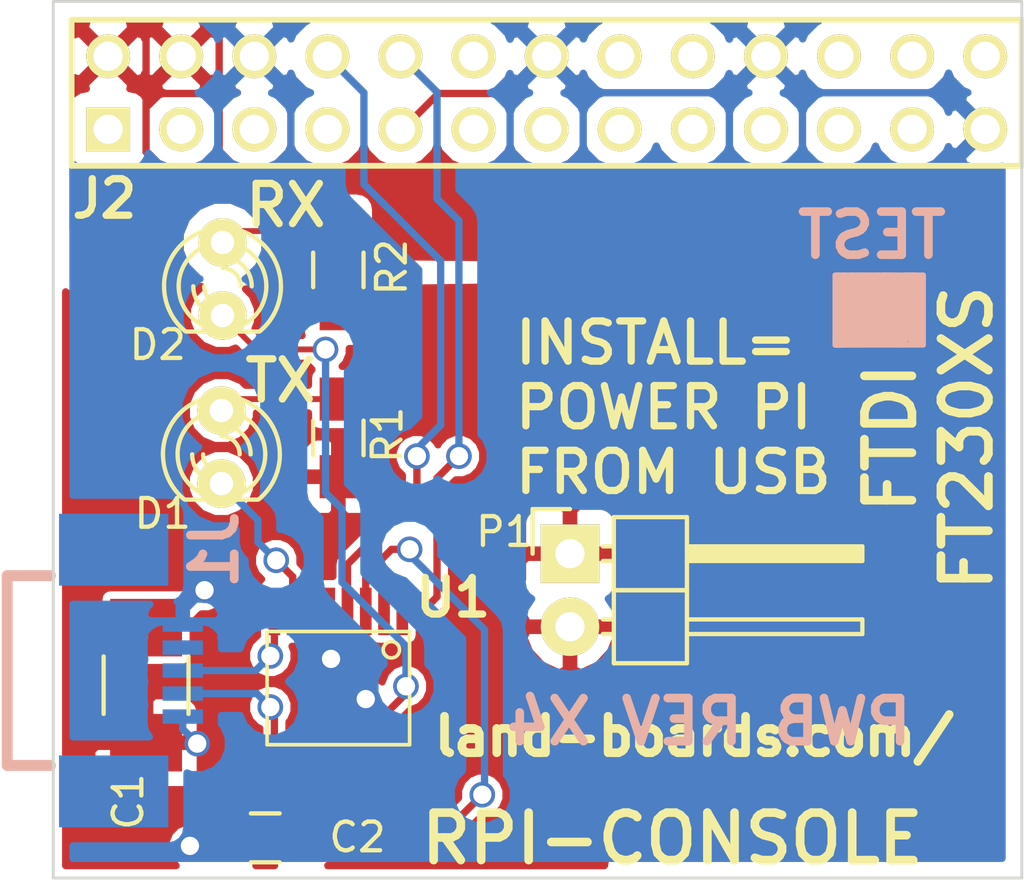
<source format=kicad_pcb>
(kicad_pcb (version 4) (host pcbnew 4.0.1-stable)

  (general
    (links 26)
    (no_connects 0)
    (area 132.99186 72.949999 172.137601 103.530001)
    (thickness 1.6)
    (drawings 71)
    (tracks 111)
    (zones 0)
    (modules 12)
    (nets 13)
  )

  (page A)
  (title_block
    (title RasPi-GVS-Plus-CFG)
    (rev X1)
    (company land-boards.com)
  )

  (layers
    (0 F.Cu signal)
    (31 B.Cu signal)
    (36 B.SilkS user)
    (37 F.SilkS user)
    (38 B.Mask user)
    (39 F.Mask user)
    (40 Dwgs.User user)
    (41 Cmts.User user)
    (44 Edge.Cuts user)
  )

  (setup
    (last_trace_width 0.254)
    (user_trace_width 0.2032)
    (user_trace_width 0.635)
    (trace_clearance 0.2032)
    (zone_clearance 0.254)
    (zone_45_only no)
    (trace_min 0.2032)
    (segment_width 0.2)
    (edge_width 0.1)
    (via_size 0.889)
    (via_drill 0.635)
    (via_min_size 0.889)
    (via_min_drill 0.508)
    (uvia_size 0.508)
    (uvia_drill 0.127)
    (uvias_allowed no)
    (uvia_min_size 0.508)
    (uvia_min_drill 0.127)
    (pcb_text_width 0.3)
    (pcb_text_size 1.5 1.5)
    (mod_edge_width 0.15)
    (mod_text_size 1.27 1.27)
    (mod_text_width 0.254)
    (pad_size 4.2418 4.2418)
    (pad_drill 2.49936)
    (pad_to_mask_clearance 0)
    (aux_axis_origin 0 0)
    (visible_elements 7FFFFF7F)
    (pcbplotparams
      (layerselection 0x010f0_80000001)
      (usegerberextensions true)
      (excludeedgelayer true)
      (linewidth 0.150000)
      (plotframeref false)
      (viasonmask false)
      (mode 1)
      (useauxorigin false)
      (hpglpennumber 1)
      (hpglpenspeed 20)
      (hpglpendiameter 15)
      (hpglpenoverlay 2)
      (psnegative false)
      (psa4output false)
      (plotreference true)
      (plotvalue true)
      (plotinvisibletext false)
      (padsonsilk false)
      (subtractmaskfromsilk false)
      (outputformat 1)
      (mirror false)
      (drillshape 0)
      (scaleselection 1)
      (outputdirectory plots/))
  )

  (net 0 "")
  (net 1 /+3.3V-USB)
  (net 2 /+5V)
  (net 3 /+5V-USB)
  (net 4 /DM)
  (net 5 /DP)
  (net 6 /GND)
  (net 7 /PI2USB)
  (net 8 /PUP0)
  (net 9 /PUP1)
  (net 10 /RXLED*)
  (net 11 /TXLED*)
  (net 12 /USB2PI)

  (net_class Default "This is the default net class."
    (clearance 0.2032)
    (trace_width 0.254)
    (via_dia 0.889)
    (via_drill 0.635)
    (uvia_dia 0.508)
    (uvia_drill 0.127)
    (add_net /+3.3V-USB)
    (add_net /+5V)
    (add_net /+5V-USB)
    (add_net /DM)
    (add_net /DP)
    (add_net /GND)
    (add_net /PI2USB)
    (add_net /PUP0)
    (add_net /PUP1)
    (add_net /RXLED*)
    (add_net /TXLED*)
    (add_net /USB2PI)
  )

  (net_class POWER025 ""
    (clearance 0.381)
    (trace_width 0.635)
    (via_dia 0.889)
    (via_drill 0.635)
    (uvia_dia 0.508)
    (uvia_drill 0.127)
  )

  (module Capacitors_SMD:C_1210_HandSoldering (layer F.Cu) (tedit 56269AC2) (tstamp 56269545)
    (at 141.224 96.774 90)
    (descr "Capacitor SMD 1210, hand soldering")
    (tags "capacitor 1210")
    (path /54848979)
    (attr smd)
    (fp_text reference C1 (at -4.05 -0.62 90) (layer F.SilkS)
      (effects (font (size 1 1) (thickness 0.15)))
    )
    (fp_text value 10uF (at 0 2.7 90) (layer Dwgs.User) hide
      (effects (font (size 1 1) (thickness 0.15)))
    )
    (fp_line (start -3.3 -1.6) (end 3.3 -1.6) (layer F.CrtYd) (width 0.05))
    (fp_line (start -3.3 1.6) (end 3.3 1.6) (layer F.CrtYd) (width 0.05))
    (fp_line (start -3.3 -1.6) (end -3.3 1.6) (layer F.CrtYd) (width 0.05))
    (fp_line (start 3.3 -1.6) (end 3.3 1.6) (layer F.CrtYd) (width 0.05))
    (fp_line (start 1 -1.475) (end -1 -1.475) (layer F.SilkS) (width 0.15))
    (fp_line (start -1 1.475) (end 1 1.475) (layer F.SilkS) (width 0.15))
    (pad 1 smd rect (at -2 0 90) (size 2 2.5) (layers F.Cu F.Mask)
      (net 3 /+5V-USB))
    (pad 2 smd rect (at 2 0 90) (size 2 2.5) (layers F.Cu F.Mask)
      (net 6 /GND))
    (model Capacitors_SMD.3dshapes/C_1210_HandSoldering.wrl
      (at (xyz 0 0 0))
      (scale (xyz 1 1 1))
      (rotate (xyz 0 0 0))
    )
  )

  (module FIDUCIAL (layer F.Cu) (tedit 518BF783) (tstamp 53F20D67)
    (at 139.778 82.144)
    (path /53F2073B)
    (fp_text reference FID1 (at 0 2.3495) (layer F.SilkS) hide
      (effects (font (size 1.27 1.27) (thickness 0.254)))
    )
    (fp_text value CONN_1 (at 0.127 -2.794) (layer F.SilkS) hide
      (effects (font (size 1.016 1.016) (thickness 0.2032)))
    )
    (pad 1 smd circle (at 0 0) (size 1 1) (layers F.Cu F.Mask)
      (solder_mask_margin 1) (clearance 1))
  )

  (module FIDUCIAL (layer F.Cu) (tedit 553672E7) (tstamp 53F20D6C)
    (at 168.48 81.382)
    (path /53F2074A)
    (fp_text reference FID2 (at 0 2.3495) (layer F.SilkS) hide
      (effects (font (size 1.27 1.27) (thickness 0.254)))
    )
    (fp_text value CONN_1 (at 0.127 -2.794) (layer F.SilkS) hide
      (effects (font (size 1.016 1.016) (thickness 0.2032)))
    )
    (pad 1 smd circle (at 1.27 20.066) (size 1 1) (layers F.Cu F.Mask)
      (solder_mask_margin 1) (clearance 1))
  )

  (module ssop-16 (layer F.Cu) (tedit 55367D23) (tstamp 53CE8BDE)
    (at 147.906 96.876 180)
    (descr SSOP-16)
    (path /54848999)
    (clearance 0.1524)
    (attr smd)
    (fp_text reference U1 (at -3.986 3.15 180) (layer F.SilkS)
      (effects (font (size 1.27 1.27) (thickness 0.254)))
    )
    (fp_text value FT230XS (at 0 -0.89916 180) (layer F.SilkS) hide
      (effects (font (size 0.50038 0.50038) (thickness 0.09906)))
    )
    (fp_line (start -2.4765 1.9685) (end 2.4765 1.9685) (layer F.SilkS) (width 0.127))
    (fp_line (start 2.4765 1.9685) (end 2.4765 -1.9685) (layer F.SilkS) (width 0.127))
    (fp_line (start 2.4765 -1.9685) (end -2.4765 -1.9685) (layer F.SilkS) (width 0.127))
    (fp_line (start -2.4765 -1.9685) (end -2.4765 1.9685) (layer F.SilkS) (width 0.127))
    (fp_circle (center -1.8415 1.3335) (end -1.9685 1.5875) (layer F.SilkS) (width 0.127))
    (pad 4 smd rect (at -0.3175 2.667 180) (size 0.4064 1.651) (layers F.Cu F.Mask)
      (net 7 /PI2USB))
    (pad 5 smd rect (at 0.3175 2.667 180) (size 0.4064 1.651) (layers F.Cu F.Mask)
      (net 6 /GND))
    (pad 6 smd rect (at 0.9525 2.667 180) (size 0.4064 1.651) (layers F.Cu F.Mask))
    (pad 7 smd rect (at 1.5875 2.667 180) (size 0.4064 1.651) (layers F.Cu F.Mask)
      (net 11 /TXLED*))
    (pad 16 smd rect (at -2.2225 -2.667 180) (size 0.4064 1.651) (layers F.Cu F.Mask))
    (pad 1 smd rect (at -2.2225 2.667 180) (size 0.4064 1.651) (layers F.Cu F.Mask)
      (net 12 /USB2PI))
    (pad 2 smd rect (at -1.5875 2.667 180) (size 0.4064 1.651) (layers F.Cu F.Mask))
    (pad 3 smd rect (at -0.9525 2.667 180) (size 0.4064 1.651) (layers F.Cu F.Mask)
      (net 1 /+3.3V-USB))
    (pad 9 smd rect (at 2.2225 -2.667 180) (size 0.4064 1.651) (layers F.Cu F.Mask)
      (net 4 /DM))
    (pad 10 smd rect (at 1.5875 -2.667 180) (size 0.4064 1.651) (layers F.Cu F.Mask)
      (net 1 /+3.3V-USB))
    (pad 11 smd rect (at 0.9525 -2.667 180) (size 0.4064 1.651) (layers F.Cu F.Mask))
    (pad 12 smd rect (at 0.3175 -2.667 180) (size 0.4064 1.651) (layers F.Cu F.Mask)
      (net 3 /+5V-USB))
    (pad 13 smd rect (at -0.3175 -2.667 180) (size 0.4064 1.651) (layers F.Cu F.Mask)
      (net 6 /GND))
    (pad 14 smd rect (at -0.9525 -2.667 180) (size 0.4064 1.651) (layers F.Cu F.Mask)
      (net 10 /RXLED*))
    (pad 8 smd rect (at 2.2225 2.667 180) (size 0.4064 1.651) (layers F.Cu F.Mask)
      (net 5 /DP))
    (pad 15 smd rect (at -1.5875 -2.667 180) (size 0.4064 1.651) (layers F.Cu F.Mask))
    (model smd/smd_dil/ssop-16.wrl
      (at (xyz 0 0 0))
      (scale (xyz 1 1 1))
      (rotate (xyz 0 0 0))
    )
  )

  (module pin_array_13x2 (layer F.Cu) (tedit 56266096) (tstamp 54848BB4)
    (at 155.145 76.175)
    (descr "2 x 13 pins connector")
    (tags CONN)
    (path /54848B62)
    (clearance 0.2032)
    (fp_text reference J2 (at -15.367 3.683) (layer F.SilkS)
      (effects (font (size 1.27 1.27) (thickness 0.254)))
    )
    (fp_text value RASPIO (at 6.145 3.454) (layer F.SilkS) hide
      (effects (font (size 1.016 1.016) (thickness 0.2032)))
    )
    (fp_line (start -16.51 2.54) (end 16.51 2.54) (layer F.SilkS) (width 0.2032))
    (fp_line (start 16.51 -2.54) (end -16.51 -2.54) (layer F.SilkS) (width 0.2032))
    (fp_line (start -16.51 -2.54) (end -16.51 2.54) (layer F.SilkS) (width 0.2032))
    (fp_line (start 16.51 2.54) (end 16.51 -2.54) (layer F.SilkS) (width 0.2032))
    (pad 1 thru_hole rect (at -15.24 1.27) (size 1.524 1.524) (drill 1.016) (layers *.Cu *.Mask F.SilkS))
    (pad 2 thru_hole circle (at -15.24 -1.27) (size 1.524 1.524) (drill 1.016) (layers *.Cu *.Mask F.SilkS)
      (net 2 /+5V))
    (pad 3 thru_hole circle (at -12.7 1.27) (size 1.524 1.524) (drill 1.016) (layers *.Cu *.Mask F.SilkS))
    (pad 4 thru_hole circle (at -12.7 -1.27) (size 1.524 1.524) (drill 1.016) (layers *.Cu *.Mask F.SilkS)
      (net 2 /+5V))
    (pad 5 thru_hole circle (at -10.16 1.27) (size 1.524 1.524) (drill 1.016) (layers *.Cu *.Mask F.SilkS))
    (pad 6 thru_hole circle (at -10.16 -1.27) (size 1.524 1.524) (drill 1.016) (layers *.Cu *.Mask F.SilkS)
      (net 6 /GND))
    (pad 7 thru_hole circle (at -7.62 1.27) (size 1.524 1.524) (drill 1.016) (layers *.Cu *.Mask F.SilkS))
    (pad 8 thru_hole circle (at -7.62 -1.27) (size 1.524 1.524) (drill 1.016) (layers *.Cu *.Mask F.SilkS)
      (net 7 /PI2USB))
    (pad 9 thru_hole circle (at -5.08 1.27) (size 1.524 1.524) (drill 1.016) (layers *.Cu *.Mask F.SilkS)
      (net 6 /GND))
    (pad 10 thru_hole circle (at -5.08 -1.27) (size 1.524 1.524) (drill 1.016) (layers *.Cu *.Mask F.SilkS)
      (net 12 /USB2PI))
    (pad 11 thru_hole circle (at -2.54 1.27) (size 1.524 1.524) (drill 1.016) (layers *.Cu *.Mask F.SilkS))
    (pad 12 thru_hole circle (at -2.54 -1.27) (size 1.524 1.524) (drill 1.016) (layers *.Cu *.Mask F.SilkS))
    (pad 13 thru_hole circle (at 0 1.27) (size 1.524 1.524) (drill 1.016) (layers *.Cu *.Mask F.SilkS))
    (pad 14 thru_hole circle (at 0 -1.27) (size 1.524 1.524) (drill 1.016) (layers *.Cu *.Mask F.SilkS)
      (net 6 /GND))
    (pad 15 thru_hole circle (at 2.54 1.27) (size 1.524 1.524) (drill 1.016) (layers *.Cu *.Mask F.SilkS))
    (pad 16 thru_hole circle (at 2.54 -1.27) (size 1.524 1.524) (drill 1.016) (layers *.Cu *.Mask F.SilkS))
    (pad 17 thru_hole circle (at 5.08 1.27) (size 1.524 1.524) (drill 1.016) (layers *.Cu *.Mask F.SilkS))
    (pad 18 thru_hole circle (at 5.08 -1.27) (size 1.524 1.524) (drill 1.016) (layers *.Cu *.Mask F.SilkS))
    (pad 19 thru_hole circle (at 7.62 1.27) (size 1.524 1.524) (drill 1.016) (layers *.Cu *.Mask F.SilkS))
    (pad 20 thru_hole circle (at 7.62 -1.27) (size 1.524 1.524) (drill 1.016) (layers *.Cu *.Mask F.SilkS)
      (net 6 /GND))
    (pad 21 thru_hole circle (at 10.16 1.27) (size 1.524 1.524) (drill 1.016) (layers *.Cu *.Mask F.SilkS))
    (pad 22 thru_hole circle (at 10.16 -1.27) (size 1.524 1.524) (drill 1.016) (layers *.Cu *.Mask F.SilkS))
    (pad 23 thru_hole circle (at 12.7 1.27) (size 1.524 1.524) (drill 1.016) (layers *.Cu *.Mask F.SilkS))
    (pad 24 thru_hole circle (at 12.7 -1.27) (size 1.524 1.524) (drill 1.016) (layers *.Cu *.Mask F.SilkS))
    (pad 25 thru_hole circle (at 15.24 1.27) (size 1.524 1.524) (drill 1.016) (layers *.Cu *.Mask F.SilkS)
      (net 6 /GND))
    (pad 26 thru_hole circle (at 15.24 -1.27) (size 1.524 1.524) (drill 1.016) (layers *.Cu *.Mask F.SilkS))
    (model pin_array/pins_array_13x2.wrl
      (at (xyz 0 0 0))
      (scale (xyz 1 1 1))
      (rotate (xyz 0 0 0))
    )
  )

  (module LEDs:LED-3MM (layer F.Cu) (tedit 5626AA32) (tstamp 5536AE98)
    (at 143.842 88.494 270)
    (descr "LED 3mm - Lead pitch 100mil (2,54mm)")
    (tags "LED led 3mm 3MM 100mil 2,54mm")
    (path /548489AA)
    (fp_text reference D1 (at 2.316 2.042 360) (layer F.SilkS)
      (effects (font (size 1 1) (thickness 0.15)))
    )
    (fp_text value LED (at 0 2.54 270) (layer F.SilkS) hide
      (effects (font (size 1 1) (thickness 0.15)))
    )
    (fp_line (start 1.8288 1.27) (end 1.8288 -1.27) (layer F.SilkS) (width 0.15))
    (fp_arc (start 0.254 0) (end -1.27 0) (angle 39.8) (layer F.SilkS) (width 0.15))
    (fp_arc (start 0.254 0) (end -0.88392 1.01092) (angle 41.6) (layer F.SilkS) (width 0.15))
    (fp_arc (start 0.254 0) (end 1.4097 -0.9906) (angle 40.6) (layer F.SilkS) (width 0.15))
    (fp_arc (start 0.254 0) (end 1.778 0) (angle 39.8) (layer F.SilkS) (width 0.15))
    (fp_arc (start 0.254 0) (end 0.254 -1.524) (angle 54.4) (layer F.SilkS) (width 0.15))
    (fp_arc (start 0.254 0) (end -0.9652 -0.9144) (angle 53.1) (layer F.SilkS) (width 0.15))
    (fp_arc (start 0.254 0) (end 1.45542 0.93472) (angle 52.1) (layer F.SilkS) (width 0.15))
    (fp_arc (start 0.254 0) (end 0.254 1.524) (angle 52.1) (layer F.SilkS) (width 0.15))
    (fp_arc (start 0.254 0) (end -0.381 0) (angle 90) (layer F.SilkS) (width 0.15))
    (fp_arc (start 0.254 0) (end -0.762 0) (angle 90) (layer F.SilkS) (width 0.15))
    (fp_arc (start 0.254 0) (end 0.889 0) (angle 90) (layer F.SilkS) (width 0.15))
    (fp_arc (start 0.254 0) (end 1.27 0) (angle 90) (layer F.SilkS) (width 0.15))
    (fp_arc (start 0.254 0) (end 0.254 -2.032) (angle 50.1) (layer F.SilkS) (width 0.15))
    (fp_arc (start 0.254 0) (end -1.5367 -0.95504) (angle 61.9) (layer F.SilkS) (width 0.15))
    (fp_arc (start 0.254 0) (end 1.8034 1.31064) (angle 49.7) (layer F.SilkS) (width 0.15))
    (fp_arc (start 0.254 0) (end 0.254 2.032) (angle 60.2) (layer F.SilkS) (width 0.15))
    (fp_arc (start 0.254 0) (end -1.778 0) (angle 28.3) (layer F.SilkS) (width 0.15))
    (fp_arc (start 0.254 0) (end -1.47574 1.06426) (angle 31.6) (layer F.SilkS) (width 0.15))
    (pad 1 thru_hole circle (at -1.27 0 270) (size 1.6764 1.6764) (drill 0.8128) (layers *.Cu *.Mask F.SilkS)
      (net 8 /PUP0))
    (pad 2 thru_hole circle (at 1.27 0 270) (size 1.6764 1.6764) (drill 0.8128) (layers *.Cu *.Mask F.SilkS)
      (net 11 /TXLED*))
    (model LEDs.3dshapes/LED-3MM.wrl
      (at (xyz 0 0 0))
      (scale (xyz 1 1 1))
      (rotate (xyz 0 0 0))
    )
  )

  (module LEDs:LED-3MM (layer F.Cu) (tedit 5626AA34) (tstamp 5536AEB0)
    (at 143.88 82.65 270)
    (descr "LED 3mm - Lead pitch 100mil (2,54mm)")
    (tags "LED led 3mm 3MM 100mil 2,54mm")
    (path /548489B0)
    (fp_text reference D2 (at 2.29 2.25 360) (layer F.SilkS)
      (effects (font (size 1 1) (thickness 0.15)))
    )
    (fp_text value LED (at 0 2.54 270) (layer F.SilkS) hide
      (effects (font (size 1 1) (thickness 0.15)))
    )
    (fp_line (start 1.8288 1.27) (end 1.8288 -1.27) (layer F.SilkS) (width 0.15))
    (fp_arc (start 0.254 0) (end -1.27 0) (angle 39.8) (layer F.SilkS) (width 0.15))
    (fp_arc (start 0.254 0) (end -0.88392 1.01092) (angle 41.6) (layer F.SilkS) (width 0.15))
    (fp_arc (start 0.254 0) (end 1.4097 -0.9906) (angle 40.6) (layer F.SilkS) (width 0.15))
    (fp_arc (start 0.254 0) (end 1.778 0) (angle 39.8) (layer F.SilkS) (width 0.15))
    (fp_arc (start 0.254 0) (end 0.254 -1.524) (angle 54.4) (layer F.SilkS) (width 0.15))
    (fp_arc (start 0.254 0) (end -0.9652 -0.9144) (angle 53.1) (layer F.SilkS) (width 0.15))
    (fp_arc (start 0.254 0) (end 1.45542 0.93472) (angle 52.1) (layer F.SilkS) (width 0.15))
    (fp_arc (start 0.254 0) (end 0.254 1.524) (angle 52.1) (layer F.SilkS) (width 0.15))
    (fp_arc (start 0.254 0) (end -0.381 0) (angle 90) (layer F.SilkS) (width 0.15))
    (fp_arc (start 0.254 0) (end -0.762 0) (angle 90) (layer F.SilkS) (width 0.15))
    (fp_arc (start 0.254 0) (end 0.889 0) (angle 90) (layer F.SilkS) (width 0.15))
    (fp_arc (start 0.254 0) (end 1.27 0) (angle 90) (layer F.SilkS) (width 0.15))
    (fp_arc (start 0.254 0) (end 0.254 -2.032) (angle 50.1) (layer F.SilkS) (width 0.15))
    (fp_arc (start 0.254 0) (end -1.5367 -0.95504) (angle 61.9) (layer F.SilkS) (width 0.15))
    (fp_arc (start 0.254 0) (end 1.8034 1.31064) (angle 49.7) (layer F.SilkS) (width 0.15))
    (fp_arc (start 0.254 0) (end 0.254 2.032) (angle 60.2) (layer F.SilkS) (width 0.15))
    (fp_arc (start 0.254 0) (end -1.778 0) (angle 28.3) (layer F.SilkS) (width 0.15))
    (fp_arc (start 0.254 0) (end -1.47574 1.06426) (angle 31.6) (layer F.SilkS) (width 0.15))
    (pad 1 thru_hole circle (at -1.27 0 270) (size 1.6764 1.6764) (drill 0.8128) (layers *.Cu *.Mask F.SilkS)
      (net 9 /PUP1))
    (pad 2 thru_hole circle (at 1.27 0 270) (size 1.6764 1.6764) (drill 0.8128) (layers *.Cu *.Mask F.SilkS)
      (net 10 /RXLED*))
    (model LEDs.3dshapes/LED-3MM.wrl
      (at (xyz 0 0 0))
      (scale (xyz 1 1 1))
      (rotate (xyz 0 0 0))
    )
  )

  (module Capacitors_SMD:C_0805_HandSoldering (layer F.Cu) (tedit 56269ABF) (tstamp 56269550)
    (at 145.366 102.083 180)
    (descr "Capacitor SMD 0805, hand soldering")
    (tags "capacitor 0805")
    (path /5484896F)
    (attr smd)
    (fp_text reference C2 (at -3.204 0.023 180) (layer F.SilkS)
      (effects (font (size 1 1) (thickness 0.15)))
    )
    (fp_text value 0.1uF (at 0 2.1 180) (layer F.SilkS) hide
      (effects (font (size 1 1) (thickness 0.15)))
    )
    (fp_line (start -2.3 -1) (end 2.3 -1) (layer F.CrtYd) (width 0.05))
    (fp_line (start -2.3 1) (end 2.3 1) (layer F.CrtYd) (width 0.05))
    (fp_line (start -2.3 -1) (end -2.3 1) (layer F.CrtYd) (width 0.05))
    (fp_line (start 2.3 -1) (end 2.3 1) (layer F.CrtYd) (width 0.05))
    (fp_line (start 0.5 -0.85) (end -0.5 -0.85) (layer F.SilkS) (width 0.15))
    (fp_line (start -0.5 0.85) (end 0.5 0.85) (layer F.SilkS) (width 0.15))
    (pad 1 smd rect (at -1.25 0 180) (size 1.5 1.25) (layers F.Cu F.Mask)
      (net 1 /+3.3V-USB))
    (pad 2 smd rect (at 1.25 0 180) (size 1.5 1.25) (layers F.Cu F.Mask)
      (net 6 /GND))
    (model Capacitors_SMD.3dshapes/C_0805_HandSoldering.wrl
      (at (xyz 0 0 0))
      (scale (xyz 1 1 1))
      (rotate (xyz 0 0 0))
    )
  )

  (module Resistors_SMD:R_0805_HandSoldering (layer F.Cu) (tedit 5626A9C0) (tstamp 56269567)
    (at 147.906 88.1765 90)
    (descr "Resistor SMD 0805, hand soldering")
    (tags "resistor 0805")
    (path /54848962)
    (attr smd)
    (fp_text reference R1 (at 0.1065 1.704 90) (layer F.SilkS)
      (effects (font (size 1 1) (thickness 0.15)))
    )
    (fp_text value 270 (at 0 2.1 90) (layer Dwgs.User) hide
      (effects (font (size 1 1) (thickness 0.15)))
    )
    (fp_line (start -2.4 -1) (end 2.4 -1) (layer F.CrtYd) (width 0.05))
    (fp_line (start -2.4 1) (end 2.4 1) (layer F.CrtYd) (width 0.05))
    (fp_line (start -2.4 -1) (end -2.4 1) (layer F.CrtYd) (width 0.05))
    (fp_line (start 2.4 -1) (end 2.4 1) (layer F.CrtYd) (width 0.05))
    (fp_line (start 0.6 0.875) (end -0.6 0.875) (layer F.SilkS) (width 0.15))
    (fp_line (start -0.6 -0.875) (end 0.6 -0.875) (layer F.SilkS) (width 0.15))
    (pad 1 smd rect (at -1.35 0 90) (size 1.5 1.3) (layers F.Cu F.Mask)
      (net 3 /+5V-USB))
    (pad 2 smd rect (at 1.35 0 90) (size 1.5 1.3) (layers F.Cu F.Mask)
      (net 8 /PUP0))
    (model Resistors_SMD.3dshapes/R_0805_HandSoldering.wrl
      (at (xyz 0 0 0))
      (scale (xyz 1 1 1))
      (rotate (xyz 0 0 0))
    )
  )

  (module Resistors_SMD:R_0805_HandSoldering (layer F.Cu) (tedit 5626A9BD) (tstamp 56269572)
    (at 147.906 82.3345 90)
    (descr "Resistor SMD 0805, hand soldering")
    (tags "resistor 0805")
    (path /54848958)
    (attr smd)
    (fp_text reference R2 (at 0.0945 1.854 90) (layer F.SilkS)
      (effects (font (size 1 1) (thickness 0.15)))
    )
    (fp_text value 270 (at 0 2.1 90) (layer Dwgs.User) hide
      (effects (font (size 1 1) (thickness 0.15)))
    )
    (fp_line (start -2.4 -1) (end 2.4 -1) (layer F.CrtYd) (width 0.05))
    (fp_line (start -2.4 1) (end 2.4 1) (layer F.CrtYd) (width 0.05))
    (fp_line (start -2.4 -1) (end -2.4 1) (layer F.CrtYd) (width 0.05))
    (fp_line (start 2.4 -1) (end 2.4 1) (layer F.CrtYd) (width 0.05))
    (fp_line (start 0.6 0.875) (end -0.6 0.875) (layer F.SilkS) (width 0.15))
    (fp_line (start -0.6 -0.875) (end 0.6 -0.875) (layer F.SilkS) (width 0.15))
    (pad 1 smd rect (at -1.35 0 90) (size 1.5 1.3) (layers F.Cu F.Mask)
      (net 3 /+5V-USB))
    (pad 2 smd rect (at 1.35 0 90) (size 1.5 1.3) (layers F.Cu F.Mask)
      (net 9 /PUP1))
    (model Resistors_SMD.3dshapes/R_0805_HandSoldering.wrl
      (at (xyz 0 0 0))
      (scale (xyz 1 1 1))
      (rotate (xyz 0 0 0))
    )
  )

  (module Pin_Headers:Pin_Header_Angled_1x02 (layer F.Cu) (tedit 578656B5) (tstamp 5626B127)
    (at 155.956 92.202)
    (descr "Through hole pin header")
    (tags "pin header")
    (path /5484B32D)
    (fp_text reference P1 (at -2.286 -0.762) (layer F.SilkS)
      (effects (font (size 1 1) (thickness 0.15)))
    )
    (fp_text value CONN_2 (at 0 -3.1) (layer F.Fab) hide
      (effects (font (size 1 1) (thickness 0.15)))
    )
    (fp_line (start -1.5 -1.75) (end -1.5 4.3) (layer F.CrtYd) (width 0.05))
    (fp_line (start 10.65 -1.75) (end 10.65 4.3) (layer F.CrtYd) (width 0.05))
    (fp_line (start -1.5 -1.75) (end 10.65 -1.75) (layer F.CrtYd) (width 0.05))
    (fp_line (start -1.5 4.3) (end 10.65 4.3) (layer F.CrtYd) (width 0.05))
    (fp_line (start -1.3 -1.55) (end -1.3 0) (layer F.SilkS) (width 0.15))
    (fp_line (start 0 -1.55) (end -1.3 -1.55) (layer F.SilkS) (width 0.15))
    (fp_line (start 4.191 -0.127) (end 10.033 -0.127) (layer F.SilkS) (width 0.15))
    (fp_line (start 10.033 -0.127) (end 10.033 0.127) (layer F.SilkS) (width 0.15))
    (fp_line (start 10.033 0.127) (end 4.191 0.127) (layer F.SilkS) (width 0.15))
    (fp_line (start 4.191 0.127) (end 4.191 0) (layer F.SilkS) (width 0.15))
    (fp_line (start 4.191 0) (end 10.033 0) (layer F.SilkS) (width 0.15))
    (fp_line (start 1.524 -0.254) (end 1.143 -0.254) (layer F.SilkS) (width 0.15))
    (fp_line (start 1.524 0.254) (end 1.143 0.254) (layer F.SilkS) (width 0.15))
    (fp_line (start 1.524 2.286) (end 1.143 2.286) (layer F.SilkS) (width 0.15))
    (fp_line (start 1.524 2.794) (end 1.143 2.794) (layer F.SilkS) (width 0.15))
    (fp_line (start 1.524 -1.27) (end 4.064 -1.27) (layer F.SilkS) (width 0.15))
    (fp_line (start 1.524 1.27) (end 4.064 1.27) (layer F.SilkS) (width 0.15))
    (fp_line (start 1.524 1.27) (end 1.524 3.81) (layer F.SilkS) (width 0.15))
    (fp_line (start 1.524 3.81) (end 4.064 3.81) (layer F.SilkS) (width 0.15))
    (fp_line (start 4.064 2.286) (end 10.16 2.286) (layer F.SilkS) (width 0.15))
    (fp_line (start 10.16 2.286) (end 10.16 2.794) (layer F.SilkS) (width 0.15))
    (fp_line (start 10.16 2.794) (end 4.064 2.794) (layer F.SilkS) (width 0.15))
    (fp_line (start 4.064 3.81) (end 4.064 1.27) (layer F.SilkS) (width 0.15))
    (fp_line (start 4.064 1.27) (end 4.064 -1.27) (layer F.SilkS) (width 0.15))
    (fp_line (start 10.16 0.254) (end 4.064 0.254) (layer F.SilkS) (width 0.15))
    (fp_line (start 10.16 -0.254) (end 10.16 0.254) (layer F.SilkS) (width 0.15))
    (fp_line (start 4.064 -0.254) (end 10.16 -0.254) (layer F.SilkS) (width 0.15))
    (fp_line (start 1.524 1.27) (end 4.064 1.27) (layer F.SilkS) (width 0.15))
    (fp_line (start 1.524 -1.27) (end 1.524 1.27) (layer F.SilkS) (width 0.15))
    (pad 1 thru_hole rect (at 0 0) (size 2.032 2.032) (drill 1.016) (layers *.Cu *.Mask F.SilkS)
      (net 2 /+5V))
    (pad 2 thru_hole oval (at 0 2.54) (size 2.032 2.032) (drill 1.016) (layers *.Cu *.Mask F.SilkS)
      (net 3 /+5V-USB))
    (model Pin_Headers.3dshapes/Pin_Header_Angled_1x02.wrl
      (at (xyz 0 -0.05 0))
      (scale (xyz 1 1 1))
      (rotate (xyz 0 0 90))
    )
  )

  (module dougsLib:USB-B-MINI (layer B.Cu) (tedit 504B3C12) (tstamp 579A997C)
    (at 136.398 96.266 90)
    (descr "USB, MINI, B")
    (tags USB-B-MINI)
    (path /579A990A)
    (fp_text reference J1 (at 4.20116 7.2009 90) (layer B.SilkS)
      (effects (font (thickness 0.3048)) (justify mirror))
    )
    (fp_text value USB-B (at 0.39878 -1.50114 90) (layer B.SilkS) hide
      (effects (font (thickness 0.3048)) (justify mirror))
    )
    (fp_line (start -3.29946 0) (end -3.29946 1.50114) (layer B.SilkS) (width 0.381))
    (fp_line (start 3.29946 0) (end 3.29946 1.50114) (layer B.SilkS) (width 0.381))
    (fp_line (start -3.29946 0) (end 3.29946 0) (layer B.SilkS) (width 0.381))
    (pad G2 smd rect (at 4.20116 3.70078 90) (size 2.49936 3.79984) (layers B.Cu B.Mask))
    (pad G1 smd rect (at -4.20116 3.70078 90) (size 2.49936 3.79984) (layers B.Cu B.Mask))
    (pad 4 smd rect (at 1.6002 6.10108 90) (size 0.50038 1.39954) (layers B.Cu B.Mask)
      (net 6 /GND))
    (pad NC smd rect (at 0.8001 6.10108 90) (size 0.50038 1.39954) (layers B.Cu B.Mask))
    (pad 1 smd rect (at -1.6002 6.10108 90) (size 0.50038 1.39954) (layers B.Cu B.Mask)
      (net 3 /+5V-USB))
    (pad 2 smd rect (at -0.8001 6.10108 90) (size 0.50038 1.39954) (layers B.Cu B.Mask)
      (net 4 /DM))
    (pad 3 smd rect (at 0 6.10108 90) (size 0.50038 1.39954) (layers B.Cu B.Mask)
      (net 5 /DP))
  )

  (gr_text TX (at 144.53 86.19) (layer F.SilkS)
    (effects (font (size 1.397 1.397) (thickness 0.254)) (justify left))
  )
  (gr_text RX (at 144.55 80.09) (layer F.SilkS)
    (effects (font (size 1.397 1.397) (thickness 0.254)) (justify left))
  )
  (gr_text "FTDI\nFT230XS" (at 168.42 88.18 90) (layer F.SilkS)
    (effects (font (size 1.651 1.651) (thickness 0.3)))
  )
  (gr_text TEST (at 166.448 81.128) (layer B.SilkS)
    (effects (font (size 1.5 1.5) (thickness 0.3)) (justify mirror))
  )
  (gr_line (start 168.099 82.652) (end 167.972 82.779) (angle 90) (layer B.SilkS) (width 0.2))
  (gr_line (start 168.099 84.811) (end 168.099 82.652) (angle 90) (layer B.SilkS) (width 0.2))
  (gr_line (start 167.972 84.811) (end 168.099 84.811) (angle 90) (layer B.SilkS) (width 0.2))
  (gr_line (start 167.972 82.525) (end 167.972 84.811) (angle 90) (layer B.SilkS) (width 0.2))
  (gr_line (start 167.718 82.525) (end 167.972 82.525) (angle 90) (layer B.SilkS) (width 0.2))
  (gr_line (start 167.718 84.684) (end 167.718 82.525) (angle 90) (layer B.SilkS) (width 0.2))
  (gr_line (start 167.845 84.811) (end 167.718 84.684) (angle 90) (layer B.SilkS) (width 0.2))
  (gr_line (start 167.845 82.525) (end 167.845 84.811) (angle 90) (layer B.SilkS) (width 0.2))
  (gr_line (start 167.591 82.525) (end 167.845 82.525) (angle 90) (layer B.SilkS) (width 0.2))
  (gr_line (start 167.591 84.811) (end 167.591 82.525) (angle 90) (layer B.SilkS) (width 0.2))
  (gr_line (start 167.464 84.938) (end 167.591 84.811) (angle 90) (layer B.SilkS) (width 0.2))
  (gr_line (start 167.464 82.652) (end 167.464 84.938) (angle 90) (layer B.SilkS) (width 0.2))
  (gr_line (start 167.337 82.525) (end 167.464 82.652) (angle 90) (layer B.SilkS) (width 0.2))
  (gr_line (start 167.337 84.811) (end 167.337 82.525) (angle 90) (layer B.SilkS) (width 0.2))
  (gr_line (start 167.21 84.811) (end 167.337 84.811) (angle 90) (layer B.SilkS) (width 0.2))
  (gr_line (start 167.21 82.525) (end 167.21 84.811) (angle 90) (layer B.SilkS) (width 0.2))
  (gr_line (start 167.083 82.525) (end 167.21 82.525) (angle 90) (layer B.SilkS) (width 0.2))
  (gr_line (start 167.083 84.811) (end 167.083 82.525) (angle 90) (layer B.SilkS) (width 0.2))
  (gr_line (start 166.956 84.811) (end 167.083 84.811) (angle 90) (layer B.SilkS) (width 0.2))
  (gr_line (start 166.956 82.525) (end 166.956 84.811) (angle 90) (layer B.SilkS) (width 0.2))
  (gr_line (start 166.829 82.525) (end 166.956 82.525) (angle 90) (layer B.SilkS) (width 0.2))
  (gr_line (start 167.083 82.525) (end 166.829 82.525) (angle 90) (layer B.SilkS) (width 0.2))
  (gr_line (start 166.829 82.525) (end 167.083 82.525) (angle 90) (layer B.SilkS) (width 0.2))
  (gr_line (start 166.829 84.811) (end 166.829 82.525) (angle 90) (layer B.SilkS) (width 0.2))
  (gr_line (start 166.702 84.811) (end 166.829 84.811) (angle 90) (layer B.SilkS) (width 0.2))
  (gr_line (start 166.702 82.525) (end 166.702 84.811) (angle 90) (layer B.SilkS) (width 0.2))
  (gr_line (start 166.575 82.525) (end 166.702 82.525) (angle 90) (layer B.SilkS) (width 0.2))
  (gr_line (start 166.575 84.811) (end 166.575 82.525) (angle 90) (layer B.SilkS) (width 0.2))
  (gr_line (start 166.448 84.938) (end 166.575 84.811) (angle 90) (layer B.SilkS) (width 0.2))
  (gr_line (start 166.448 82.525) (end 166.448 84.938) (angle 90) (layer B.SilkS) (width 0.2))
  (gr_line (start 166.321 82.525) (end 166.448 82.525) (angle 90) (layer B.SilkS) (width 0.2))
  (gr_line (start 166.321 84.811) (end 166.321 82.525) (angle 90) (layer B.SilkS) (width 0.2))
  (gr_line (start 166.194 84.811) (end 166.321 84.811) (angle 90) (layer B.SilkS) (width 0.2))
  (gr_line (start 166.194 82.525) (end 166.194 84.811) (angle 90) (layer B.SilkS) (width 0.2))
  (gr_line (start 166.067 82.525) (end 166.194 82.525) (angle 90) (layer B.SilkS) (width 0.2))
  (gr_line (start 166.067 84.938) (end 166.067 82.525) (angle 90) (layer B.SilkS) (width 0.2))
  (gr_line (start 166.067 82.525) (end 166.067 84.938) (angle 90) (layer B.SilkS) (width 0.2))
  (gr_line (start 165.94 82.525) (end 166.067 82.525) (angle 90) (layer B.SilkS) (width 0.2))
  (gr_line (start 165.94 84.811) (end 165.94 82.525) (angle 90) (layer B.SilkS) (width 0.2))
  (gr_line (start 166.067 84.811) (end 165.94 84.811) (angle 90) (layer B.SilkS) (width 0.2))
  (gr_line (start 165.813 84.811) (end 166.067 84.811) (angle 90) (layer B.SilkS) (width 0.2))
  (gr_line (start 165.813 82.525) (end 165.813 84.811) (angle 90) (layer B.SilkS) (width 0.2))
  (gr_line (start 165.686 82.525) (end 165.813 82.525) (angle 90) (layer B.SilkS) (width 0.2))
  (gr_line (start 165.686 84.938) (end 165.686 82.525) (angle 90) (layer B.SilkS) (width 0.2))
  (gr_line (start 165.559 84.811) (end 165.686 84.938) (angle 90) (layer B.SilkS) (width 0.2))
  (gr_line (start 165.559 82.525) (end 165.559 84.811) (angle 90) (layer B.SilkS) (width 0.2))
  (gr_line (start 165.432 82.525) (end 165.559 82.525) (angle 90) (layer B.SilkS) (width 0.2))
  (gr_line (start 165.432 84.811) (end 165.432 82.525) (angle 90) (layer B.SilkS) (width 0.2))
  (gr_line (start 165.305 84.938) (end 165.432 84.811) (angle 90) (layer B.SilkS) (width 0.2))
  (gr_line (start 165.305 82.525) (end 165.305 84.938) (angle 90) (layer B.SilkS) (width 0.2))
  (gr_line (start 165.178 82.525) (end 165.305 82.525) (angle 90) (layer B.SilkS) (width 0.2))
  (gr_line (start 165.178 84.938) (end 165.178 82.525) (angle 90) (layer B.SilkS) (width 0.2))
  (gr_line (start 165.432 84.938) (end 165.178 84.938) (angle 90) (layer B.SilkS) (width 0.2))
  (gr_line (start 165.178 84.938) (end 165.432 84.938) (angle 90) (layer B.SilkS) (width 0.2))
  (gr_line (start 165.178 84.684) (end 165.178 84.938) (angle 90) (layer B.SilkS) (width 0.2))
  (gr_line (start 165.432 84.938) (end 165.178 84.684) (angle 90) (layer B.SilkS) (width 0.2))
  (gr_line (start 168.226 84.938) (end 165.432 84.938) (angle 90) (layer B.SilkS) (width 0.2))
  (gr_line (start 168.226 82.525) (end 168.226 84.938) (angle 90) (layer B.SilkS) (width 0.2))
  (gr_line (start 165.178 82.525) (end 168.226 82.525) (angle 90) (layer B.SilkS) (width 0.2))
  (gr_text "INSTALL=\nPOWER PI\nFROM USB" (at 153.924 87.122) (layer F.SilkS)
    (effects (font (size 1.397 1.397) (thickness 0.254)) (justify left))
  )
  (gr_text "PWB REV X4" (at 160.782 98.044) (layer B.SilkS)
    (effects (font (size 1.5 1.5) (thickness 0.3)) (justify mirror))
  )
  (gr_text land-boards.com/ (at 160.274 98.552) (layer F.SilkS)
    (effects (font (size 1.27 1.27) (thickness 0.3)))
  )
  (gr_text RPI-CONSOLE (at 159.512 102.108) (layer F.SilkS)
    (effects (font (size 1.651 1.651) (thickness 0.3)))
  )
  (gr_line (start 138 73) (end 171.655 73) (angle 90) (layer Edge.Cuts) (width 0.1))
  (gr_line (start 138 103.48) (end 138 73) (angle 90) (layer Edge.Cuts) (width 0.1))
  (gr_line (start 171.655 103.48) (end 138 103.48) (angle 90) (layer Edge.Cuts) (width 0.1))
  (gr_line (start 171.655 73) (end 171.655 103.48) (angle 90) (layer Edge.Cuts) (width 0.1))

  (segment (start 148.8585 94.209) (end 148.8585 92.9495) (width 0.254) (layer F.Cu) (net 1) (status 10))
  (segment (start 149.758 92.05) (end 150.3825 92.05) (width 0.254) (layer F.Cu) (net 1) (tstamp 57865638))
  (segment (start 148.8585 92.9495) (end 149.758 92.05) (width 0.254) (layer F.Cu) (net 1) (tstamp 57865634))
  (segment (start 146.3185 102.083) (end 151.409 102.083) (width 0.254) (layer F.Cu) (net 1) (status 10))
  (segment (start 150.3825 92.2405) (end 152.986 94.844) (width 0.254) (layer B.Cu) (net 1) (tstamp 55367653))
  (via (at 150.3825 92.05) (size 0.889) (layers F.Cu B.Cu) (net 1))
  (segment (start 150.3825 92.05) (end 150.3825 92.2405) (width 0.254) (layer B.Cu) (net 1))
  (segment (start 151.409 102.083) (end 152.908 100.584) (width 0.254) (layer F.Cu) (net 1) (tstamp 55367ADA))
  (via (at 152.908 100.584) (size 0.889) (layers F.Cu B.Cu) (net 1))
  (segment (start 152.908 100.584) (end 152.986 100.506) (width 0.254) (layer B.Cu) (net 1) (tstamp 55367AE0))
  (segment (start 152.986 100.506) (end 152.986 94.844) (width 0.254) (layer B.Cu) (net 1) (tstamp 55367AE1))
  (segment (start 146.3185 99.543) (end 146.3185 102.083) (width 0.2032) (layer F.Cu) (net 1) (status 30))
  (segment (start 141.224 76.2) (end 141.224 78.232) (width 0.254) (layer F.Cu) (net 2))
  (segment (start 141.224 78.232) (end 141.478 78.486) (width 0.254) (layer F.Cu) (net 2) (tstamp 578656A2))
  (segment (start 141.224 76.2) (end 141.224 73.914) (width 0.254) (layer F.Cu) (net 2))
  (segment (start 143.764 76.2) (end 143.764 73.914) (width 0.254) (layer F.Cu) (net 2))
  (segment (start 141.224 76.2) (end 143.764 76.2) (width 0.254) (layer F.Cu) (net 2))
  (segment (start 143.764 76.2) (end 143.764 78.232) (width 0.254) (layer F.Cu) (net 2) (tstamp 553679D3))
  (segment (start 139.905 74.905) (end 139.929 74.905) (width 0.254) (layer F.Cu) (net 2) (status 30))
  (segment (start 139.929 74.905) (end 141.224 76.2) (width 0.254) (layer F.Cu) (net 2) (tstamp 553679CF) (status 10))
  (segment (start 141.224 98.774) (end 142.97 98.774) (width 0.254) (layer F.Cu) (net 3))
  (segment (start 142.49908 98.30308) (end 142.49908 97.8662) (width 0.254) (layer B.Cu) (net 3) (tstamp 579A99CD))
  (segment (start 143.002 98.806) (end 142.49908 98.30308) (width 0.254) (layer B.Cu) (net 3) (tstamp 579A99CC))
  (via (at 143.002 98.806) (size 0.889) (drill 0.635) (layers F.Cu B.Cu) (net 3))
  (segment (start 142.97 98.774) (end 143.002 98.806) (width 0.254) (layer F.Cu) (net 3) (tstamp 579A99CA))
  (segment (start 142.49908 97.0661) (end 145.0721 97.0661) (width 0.254) (layer B.Cu) (net 4))
  (segment (start 145.6835 97.6775) (end 145.6835 99.543) (width 0.254) (layer F.Cu) (net 4) (tstamp 579A99C8))
  (segment (start 145.542 97.536) (end 145.6835 97.6775) (width 0.254) (layer F.Cu) (net 4) (tstamp 579A99C7))
  (via (at 145.542 97.536) (size 0.889) (drill 0.635) (layers F.Cu B.Cu) (net 4))
  (segment (start 145.0721 97.0661) (end 145.542 97.536) (width 0.254) (layer B.Cu) (net 4) (tstamp 579A99C5))
  (segment (start 142.49908 96.266) (end 145.034 96.266) (width 0.254) (layer B.Cu) (net 5))
  (segment (start 145.6835 95.6165) (end 145.6835 94.209) (width 0.254) (layer F.Cu) (net 5) (tstamp 579A99C3))
  (segment (start 145.542 95.758) (end 145.6835 95.6165) (width 0.254) (layer F.Cu) (net 5) (tstamp 579A99C2))
  (via (at 145.542 95.758) (size 0.889) (drill 0.635) (layers F.Cu B.Cu) (net 5))
  (segment (start 145.034 96.266) (end 145.542 95.758) (width 0.254) (layer B.Cu) (net 5) (tstamp 579A99C0))
  (segment (start 142.49908 94.6658) (end 142.49908 94.22892) (width 0.254) (layer B.Cu) (net 6))
  (via (at 143.256 93.472) (size 0.889) (drill 0.635) (layers F.Cu B.Cu) (net 6))
  (segment (start 143.256 93.472) (end 141.954 94.774) (width 0.254) (layer F.Cu) (net 6) (tstamp 579A99CF))
  (segment (start 142.49908 94.22892) (end 143.256 93.472) (width 0.254) (layer B.Cu) (net 6) (tstamp 579A99D5))
  (segment (start 141.224 94.774) (end 141.954 94.774) (width 0.254) (layer F.Cu) (net 6))
  (segment (start 150.065 77.445) (end 150.139 77.445) (width 0.254) (layer F.Cu) (net 6) (status 30))
  (segment (start 150.139 77.445) (end 151.384 76.2) (width 0.254) (layer F.Cu) (net 6) (tstamp 55367861) (status 10))
  (segment (start 151.384 76.2) (end 153.85 76.2) (width 0.254) (layer F.Cu) (net 6) (tstamp 55367862))
  (segment (start 153.85 76.2) (end 155.145 74.905) (width 0.254) (layer F.Cu) (net 6) (tstamp 55367865) (status 20))
  (segment (start 161.495 76.175) (end 156.415 76.175) (width 0.254) (layer B.Cu) (net 6))
  (segment (start 169.242 76.175) (end 164.035 76.175) (width 0.254) (layer B.Cu) (net 6))
  (segment (start 148.2235 99.543) (end 148.2235 97.892) (width 0.254) (layer F.Cu) (net 6) (status 10))
  (segment (start 148.2235 97.892) (end 148.8585 97.257) (width 0.254) (layer F.Cu) (net 6) (tstamp 5489D866))
  (via (at 148.8585 97.257) (size 0.889) (layers F.Cu B.Cu) (net 6))
  (segment (start 144.4135 102.083) (end 143.002 102.108) (width 0.2032) (layer F.Cu) (net 6) (status 10))
  (via (at 142.748 102.362) (size 0.889) (layers F.Cu B.Cu) (net 6))
  (segment (start 143.002 102.108) (end 142.748 102.362) (width 0.2032) (layer F.Cu) (net 6) (tstamp 5488B598))
  (segment (start 146.255 78.207) (end 146.255 76.175) (width 0.254) (layer B.Cu) (net 6))
  (segment (start 146.255 76.175) (end 144.985 74.905) (width 0.254) (layer B.Cu) (net 6) (tstamp 5484946E) (status 20))
  (segment (start 147.5885 94.209) (end 147.5885 95.7965) (width 0.254) (layer F.Cu) (net 6) (status 10))
  (via (at 147.652 95.86) (size 0.889) (layers F.Cu B.Cu) (net 6))
  (segment (start 147.5885 95.7965) (end 147.652 95.86) (width 0.254) (layer F.Cu) (net 6) (tstamp 54888EDD))
  (segment (start 164.035 78.334) (end 164.035 76.175) (width 0.254) (layer B.Cu) (net 6))
  (segment (start 164.035 76.175) (end 162.765 74.905) (width 0.254) (layer B.Cu) (net 6) (tstamp 54849488) (status 20))
  (segment (start 156.415 78.334) (end 156.415 76.175) (width 0.254) (layer B.Cu) (net 6))
  (segment (start 156.415 76.175) (end 155.145 74.905) (width 0.254) (layer B.Cu) (net 6) (tstamp 5484947E) (status 20))
  (segment (start 143.715 78.08) (end 143.715 76.175) (width 0.254) (layer B.Cu) (net 6))
  (segment (start 143.715 76.175) (end 144.985 74.905) (width 0.254) (layer B.Cu) (net 6) (tstamp 54849476) (status 20))
  (segment (start 161.495 78.461) (end 161.495 76.175) (width 0.254) (layer B.Cu) (net 6))
  (segment (start 161.495 76.175) (end 162.765 74.905) (width 0.254) (layer B.Cu) (net 6) (tstamp 54849457) (status 20))
  (segment (start 153.875 78.207) (end 153.875 76.175) (width 0.254) (layer B.Cu) (net 6))
  (segment (start 153.875 76.175) (end 155.145 74.905) (width 0.254) (layer B.Cu) (net 6) (tstamp 54849449) (status 20))
  (segment (start 148.2235 94.209) (end 148.2235 92.5685) (width 0.254) (layer F.Cu) (net 7) (status 10))
  (segment (start 150.6365 90.1555) (end 150.6365 88.8115) (width 0.254) (layer F.Cu) (net 7) (tstamp 57865648))
  (segment (start 148.2235 92.5685) (end 150.6365 90.1555) (width 0.254) (layer F.Cu) (net 7) (tstamp 57865646))
  (segment (start 150.6365 88.8115) (end 150.6365 88.5575) (width 0.254) (layer B.Cu) (net 7))
  (segment (start 148.795 76.175) (end 147.525 74.905) (width 0.254) (layer B.Cu) (net 7) (tstamp 548EF54C) (status 20))
  (segment (start 148.795 79.35) (end 148.795 76.175) (width 0.254) (layer B.Cu) (net 7) (tstamp 548EF54A))
  (segment (start 151.462 82.017) (end 148.795 79.35) (width 0.254) (layer B.Cu) (net 7) (tstamp 548EF547))
  (segment (start 151.462 87.732) (end 151.462 82.017) (width 0.254) (layer B.Cu) (net 7) (tstamp 548EF546))
  (segment (start 150.6365 88.5575) (end 151.462 87.732) (width 0.254) (layer B.Cu) (net 7) (tstamp 548EF544))
  (via (at 150.6365 88.8115) (size 0.889) (layers F.Cu B.Cu) (net 7))
  (segment (start 144.2395 86.8265) (end 143.842 87.224) (width 0.2032) (layer F.Cu) (net 8) (tstamp 5626A9B5) (status 30))
  (segment (start 147.906 86.8265) (end 144.2395 86.8265) (width 0.2032) (layer F.Cu) (net 8) (status 30))
  (segment (start 144.2755 80.9845) (end 143.88 81.38) (width 0.2032) (layer F.Cu) (net 9) (tstamp 5626A9B1) (status 30))
  (segment (start 147.906 80.9845) (end 144.2755 80.9845) (width 0.2032) (layer F.Cu) (net 9) (status 30))
  (segment (start 147.4615 85.1015) (end 147.4615 90.0815) (width 0.254) (layer B.Cu) (net 10) (tstamp 56269A7D))
  (segment (start 150.2555 95.4155) (end 150.2555 96.8125) (width 0.254) (layer B.Cu) (net 10) (tstamp 55367674))
  (segment (start 148.033 93.193) (end 150.2555 95.4155) (width 0.254) (layer B.Cu) (net 10) (tstamp 55367672))
  (segment (start 148.033 90.653) (end 148.033 93.193) (width 0.254) (layer B.Cu) (net 10) (tstamp 55367670))
  (segment (start 147.4615 90.0815) (end 148.033 90.653) (width 0.254) (layer B.Cu) (net 10) (tstamp 55367661))
  (segment (start 148.8585 99.543) (end 148.8585 98.4635) (width 0.254) (layer F.Cu) (net 10) (status 10))
  (segment (start 148.8585 98.4635) (end 150.2555 97.0665) (width 0.254) (layer F.Cu) (net 10) (tstamp 5489D851))
  (via (at 150.2555 96.8125) (size 0.889) (layers F.Cu B.Cu) (net 10))
  (segment (start 150.2555 97.0665) (end 150.2555 96.8125) (width 0.254) (layer F.Cu) (net 10) (tstamp 5489D855))
  (segment (start 147.4615 85.1015) (end 147.46 85.1) (width 0.254) (layer B.Cu) (net 10) (tstamp 56269A7F))
  (via (at 147.46 85.1) (size 0.889) (layers F.Cu B.Cu) (net 10))
  (segment (start 145.06 85.1) (end 143.88 83.92) (width 0.2032) (layer F.Cu) (net 10) (tstamp 5626A9AD) (status 20))
  (segment (start 147.46 85.1) (end 145.06 85.1) (width 0.2032) (layer F.Cu) (net 10))
  (segment (start 146.3185 94.209) (end 146.3185 93.0025) (width 0.254) (layer F.Cu) (net 11) (status 10))
  (segment (start 145.112 91.796) (end 145.112 91.034) (width 0.254) (layer B.Cu) (net 11) (tstamp 5489C1F2))
  (segment (start 145.747 92.431) (end 145.112 91.796) (width 0.254) (layer B.Cu) (net 11) (tstamp 5489C1F1))
  (via (at 145.747 92.431) (size 0.889) (layers F.Cu B.Cu) (net 11))
  (segment (start 146.3185 93.0025) (end 145.747 92.431) (width 0.254) (layer F.Cu) (net 11) (tstamp 5489C1ED))
  (segment (start 145.112 91.034) (end 143.842 89.764) (width 0.254) (layer B.Cu) (net 11) (tstamp 5489C1F3) (status 20))
  (segment (start 150.065 74.905) (end 150.089 74.905) (width 0.254) (layer B.Cu) (net 12) (status 30))
  (segment (start 150.089 74.905) (end 151.335 76.151) (width 0.254) (layer B.Cu) (net 12) (tstamp 55367819) (status 10))
  (segment (start 151.335 76.151) (end 151.335 79.858) (width 0.254) (layer B.Cu) (net 12) (tstamp 5536781B))
  (segment (start 150.065 74.905) (end 150.065 75.032) (width 0.254) (layer F.Cu) (net 12) (status 30))
  (segment (start 151.335 79.858) (end 152.097 80.62) (width 0.254) (layer B.Cu) (net 12) (tstamp 553675B1))
  (segment (start 152.097 80.62) (end 152.097 88.8115) (width 0.254) (layer B.Cu) (net 12) (tstamp 553675B2))
  (segment (start 150.1285 94.209) (end 150.827 94.209) (width 0.254) (layer F.Cu) (net 12) (status 10))
  (via (at 152.097 88.8115) (size 0.889) (layers F.Cu B.Cu) (net 12))
  (segment (start 150.827 94.209) (end 151.335 93.701) (width 0.254) (layer F.Cu) (net 12) (tstamp 5489D8F1))
  (segment (start 151.335 93.701) (end 151.335 89.5735) (width 0.254) (layer F.Cu) (net 12) (tstamp 5489D8F2))
  (segment (start 151.335 89.5735) (end 152.097 88.8115) (width 0.254) (layer F.Cu) (net 12) (tstamp 5489D8F5))

  (zone (net 6) (net_name /GND) (layer B.Cu) (tstamp 548493DB) (hatch edge 0.508)
    (connect_pads (clearance 0.508))
    (min_thickness 0.254)
    (fill yes (arc_segments 16) (thermal_gap 0.508) (thermal_bridge_width 0.508))
    (polygon
      (pts
        (xy 138 73) (xy 171.655 73) (xy 171.655 103.48) (xy 138 103.48)
      )
    )
    (filled_polygon
      (pts
        (xy 169.19999 75.695303) (xy 169.59263 76.088629) (xy 169.784727 76.168395) (xy 169.653857 76.222603) (xy 169.584392 76.464787)
        (xy 170.385 77.265395) (xy 170.399143 77.251253) (xy 170.578748 77.430858) (xy 170.564605 77.445) (xy 170.578748 77.459143)
        (xy 170.399143 77.638748) (xy 170.385 77.624605) (xy 169.584392 78.425213) (xy 169.653857 78.667397) (xy 170.177302 78.854144)
        (xy 170.732368 78.826362) (xy 170.97 78.727931) (xy 170.97 102.795) (xy 138.685 102.795) (xy 138.685 102.36428)
        (xy 141.9987 102.36428) (xy 142.234017 102.320002) (xy 142.450141 102.18093) (xy 142.595131 101.96873) (xy 142.64614 101.71684)
        (xy 142.64614 99.8271) (xy 142.786332 99.885313) (xy 143.215784 99.885687) (xy 143.612689 99.721689) (xy 143.916622 99.418286)
        (xy 144.081313 99.021668) (xy 144.081687 98.592216) (xy 143.917689 98.195311) (xy 143.845045 98.12254) (xy 143.84629 98.11639)
        (xy 143.84629 97.8281) (xy 144.494673 97.8281) (xy 144.626311 98.146689) (xy 144.929714 98.450622) (xy 145.326332 98.615313)
        (xy 145.755784 98.615687) (xy 146.152689 98.451689) (xy 146.456622 98.148286) (xy 146.621313 97.751668) (xy 146.621687 97.322216)
        (xy 146.457689 96.925311) (xy 146.179644 96.646781) (xy 146.456622 96.370286) (xy 146.621313 95.973668) (xy 146.621687 95.544216)
        (xy 146.457689 95.147311) (xy 146.154286 94.843378) (xy 145.757668 94.678687) (xy 145.328216 94.678313) (xy 144.931311 94.842311)
        (xy 144.627378 95.145714) (xy 144.478604 95.504) (xy 143.84629 95.504) (xy 143.84629 95.21571) (xy 143.819967 95.075815)
        (xy 143.83385 95.042299) (xy 143.83385 94.949645) (xy 143.68905 94.804845) (xy 143.66294 94.764269) (xy 143.45074 94.619279)
        (xy 143.19885 94.56827) (xy 141.79931 94.56827) (xy 141.563993 94.612548) (xy 141.347869 94.75162) (xy 141.316662 94.797293)
        (xy 141.16431 94.949645) (xy 141.16431 95.042299) (xy 141.179541 95.079069) (xy 141.15187 95.21571) (xy 141.15187 95.71609)
        (xy 141.181103 95.871452) (xy 141.15187 96.01581) (xy 141.15187 96.51619) (xy 141.181103 96.671552) (xy 141.15187 96.81591)
        (xy 141.15187 97.31629) (xy 141.181103 97.471652) (xy 141.15187 97.61601) (xy 141.15187 98.11639) (xy 141.196148 98.351707)
        (xy 141.33522 98.567831) (xy 141.338453 98.57004) (xy 138.685 98.57004) (xy 138.685 93.96196) (xy 141.354934 93.96196)
        (xy 141.260983 94.055912) (xy 141.16431 94.289301) (xy 141.16431 94.381955) (xy 141.32306 94.540705) (xy 142.37208 94.540705)
        (xy 142.37208 93.93936) (xy 142.62608 93.93936) (xy 142.62608 94.540705) (xy 143.6751 94.540705) (xy 143.83385 94.381955)
        (xy 143.83385 94.289301) (xy 143.737177 94.055912) (xy 143.558549 93.877283) (xy 143.32516 93.78061) (xy 142.78483 93.78061)
        (xy 142.62608 93.93936) (xy 142.37208 93.93936) (xy 142.304833 93.872113) (xy 142.450141 93.77861) (xy 142.595131 93.56641)
        (xy 142.64614 93.31452) (xy 142.64614 90.81516) (xy 142.608144 90.61323) (xy 143.006409 91.01219) (xy 143.547677 91.236944)
        (xy 144.133752 91.237455) (xy 144.207396 91.207026) (xy 144.35 91.349631) (xy 144.35 91.796) (xy 144.408004 92.087605)
        (xy 144.526982 92.265668) (xy 144.573185 92.334815) (xy 144.667501 92.429131) (xy 144.667313 92.644784) (xy 144.831311 93.041689)
        (xy 145.134714 93.345622) (xy 145.531332 93.510313) (xy 145.960784 93.510687) (xy 146.357689 93.346689) (xy 146.661622 93.043286)
        (xy 146.826313 92.646668) (xy 146.826687 92.217216) (xy 146.662689 91.820311) (xy 146.359286 91.516378) (xy 145.962668 91.351687)
        (xy 145.874 91.35161) (xy 145.874 91.034) (xy 145.815996 90.742395) (xy 145.756264 90.653) (xy 145.650815 90.495184)
        (xy 145.285313 90.129682) (xy 145.314944 90.058323) (xy 145.315455 89.472248) (xy 145.091647 88.930589) (xy 144.677591 88.51581)
        (xy 144.625608 88.494225) (xy 144.675411 88.473647) (xy 145.09019 88.059591) (xy 145.314944 87.518323) (xy 145.315455 86.932248)
        (xy 145.091647 86.390589) (xy 144.677591 85.97581) (xy 144.136323 85.751056) (xy 143.550248 85.750545) (xy 143.008589 85.974353)
        (xy 142.59381 86.388409) (xy 142.369056 86.929677) (xy 142.368545 87.515752) (xy 142.592353 88.057411) (xy 143.006409 88.47219)
        (xy 143.058392 88.493775) (xy 143.008589 88.514353) (xy 142.59381 88.928409) (xy 142.369056 89.469677) (xy 142.368545 90.055752)
        (xy 142.555009 90.507032) (xy 142.46279 90.363719) (xy 142.25059 90.218729) (xy 141.9987 90.16772) (xy 138.685 90.16772)
        (xy 138.685 81.671752) (xy 142.406545 81.671752) (xy 142.630353 82.213411) (xy 143.044409 82.62819) (xy 143.096392 82.649775)
        (xy 143.046589 82.670353) (xy 142.63181 83.084409) (xy 142.407056 83.625677) (xy 142.406545 84.211752) (xy 142.630353 84.753411)
        (xy 143.044409 85.16819) (xy 143.585677 85.392944) (xy 144.171752 85.393455) (xy 144.364571 85.313784) (xy 146.380313 85.313784)
        (xy 146.544311 85.710689) (xy 146.6995 85.866149) (xy 146.6995 90.0815) (xy 146.757504 90.373105) (xy 146.839075 90.495184)
        (xy 146.922685 90.620315) (xy 147.271 90.96863) (xy 147.271 93.193) (xy 147.329004 93.484605) (xy 147.372591 93.549837)
        (xy 147.494185 93.731815) (xy 149.4935 95.731131) (xy 149.4935 96.047858) (xy 149.340878 96.200214) (xy 149.176187 96.596832)
        (xy 149.175813 97.026284) (xy 149.339811 97.423189) (xy 149.643214 97.727122) (xy 150.039832 97.891813) (xy 150.469284 97.892187)
        (xy 150.866189 97.728189) (xy 151.170122 97.424786) (xy 151.334813 97.028168) (xy 151.335187 96.598716) (xy 151.171189 96.201811)
        (xy 151.0175 96.047854) (xy 151.0175 95.4155) (xy 150.959496 95.123895) (xy 150.852537 94.96382) (xy 150.794316 94.876685)
        (xy 148.795 92.87737) (xy 148.795 92.263784) (xy 149.302813 92.263784) (xy 149.466811 92.660689) (xy 149.770214 92.964622)
        (xy 150.166832 93.129313) (xy 150.193706 93.129336) (xy 152.224 95.15963) (xy 152.224 99.741494) (xy 151.993378 99.971714)
        (xy 151.828687 100.368332) (xy 151.828313 100.797784) (xy 151.992311 101.194689) (xy 152.295714 101.498622) (xy 152.692332 101.663313)
        (xy 153.121784 101.663687) (xy 153.518689 101.499689) (xy 153.822622 101.196286) (xy 153.987313 100.799668) (xy 153.987687 100.370216)
        (xy 153.823689 99.973311) (xy 153.748 99.89749) (xy 153.748 94.844) (xy 153.727711 94.742) (xy 154.272655 94.742)
        (xy 154.39833 95.37381) (xy 154.756222 95.909433) (xy 155.291845 96.267325) (xy 155.923655 96.393) (xy 155.988345 96.393)
        (xy 156.620155 96.267325) (xy 157.155778 95.909433) (xy 157.51367 95.37381) (xy 157.639345 94.742) (xy 157.51367 94.11019)
        (xy 157.286501 93.770208) (xy 157.423441 93.68209) (xy 157.568431 93.46989) (xy 157.61944 93.218) (xy 157.61944 91.186)
        (xy 157.575162 90.950683) (xy 157.43609 90.734559) (xy 157.22389 90.589569) (xy 156.972 90.53856) (xy 154.94 90.53856)
        (xy 154.704683 90.582838) (xy 154.488559 90.72191) (xy 154.343569 90.93411) (xy 154.29256 91.186) (xy 154.29256 93.218)
        (xy 154.336838 93.453317) (xy 154.47591 93.669441) (xy 154.624837 93.771198) (xy 154.39833 94.11019) (xy 154.272655 94.742)
        (xy 153.727711 94.742) (xy 153.689996 94.552395) (xy 153.524815 94.305185) (xy 151.461833 92.242203) (xy 151.462187 91.836216)
        (xy 151.298189 91.439311) (xy 150.994786 91.135378) (xy 150.598168 90.970687) (xy 150.168716 90.970313) (xy 149.771811 91.134311)
        (xy 149.467878 91.437714) (xy 149.303187 91.834332) (xy 149.302813 92.263784) (xy 148.795 92.263784) (xy 148.795 90.653)
        (xy 148.736996 90.361395) (xy 148.571815 90.114185) (xy 148.2235 89.76587) (xy 148.2235 85.863144) (xy 148.374622 85.712286)
        (xy 148.539313 85.315668) (xy 148.539687 84.886216) (xy 148.375689 84.489311) (xy 148.072286 84.185378) (xy 147.675668 84.020687)
        (xy 147.246216 84.020313) (xy 146.849311 84.184311) (xy 146.545378 84.487714) (xy 146.380687 84.884332) (xy 146.380313 85.313784)
        (xy 144.364571 85.313784) (xy 144.713411 85.169647) (xy 145.12819 84.755591) (xy 145.352944 84.214323) (xy 145.353455 83.628248)
        (xy 145.129647 83.086589) (xy 144.715591 82.67181) (xy 144.663608 82.650225) (xy 144.713411 82.629647) (xy 145.12819 82.215591)
        (xy 145.352944 81.674323) (xy 145.353455 81.088248) (xy 145.129647 80.546589) (xy 144.715591 80.13181) (xy 144.174323 79.907056)
        (xy 143.588248 79.906545) (xy 143.046589 80.130353) (xy 142.63181 80.544409) (xy 142.407056 81.085677) (xy 142.406545 81.671752)
        (xy 138.685 81.671752) (xy 138.685 78.662602) (xy 138.89111 78.803431) (xy 139.143 78.85444) (xy 140.667 78.85444)
        (xy 140.902317 78.810162) (xy 141.118441 78.67109) (xy 141.263431 78.45889) (xy 141.300492 78.275876) (xy 141.65263 78.628629)
        (xy 142.1659 78.841757) (xy 142.721661 78.842242) (xy 143.235303 78.63001) (xy 143.628629 78.23737) (xy 143.714949 78.029488)
        (xy 143.79999 78.235303) (xy 144.19263 78.628629) (xy 144.7059 78.841757) (xy 145.261661 78.842242) (xy 145.775303 78.63001)
        (xy 146.168629 78.23737) (xy 146.254949 78.029488) (xy 146.33999 78.235303) (xy 146.73263 78.628629) (xy 147.2459 78.841757)
        (xy 147.801661 78.842242) (xy 148.033 78.746655) (xy 148.033 79.35) (xy 148.091004 79.641605) (xy 148.235595 79.858)
        (xy 148.256185 79.888815) (xy 150.7 82.332631) (xy 150.7 87.416369) (xy 150.357687 87.758682) (xy 150.025811 87.895811)
        (xy 149.721878 88.199214) (xy 149.557187 88.595832) (xy 149.556813 89.025284) (xy 149.720811 89.422189) (xy 150.024214 89.726122)
        (xy 150.420832 89.890813) (xy 150.850284 89.891187) (xy 151.247189 89.727189) (xy 151.366692 89.607894) (xy 151.484714 89.726122)
        (xy 151.881332 89.890813) (xy 152.310784 89.891187) (xy 152.707689 89.727189) (xy 153.011622 89.423786) (xy 153.176313 89.027168)
        (xy 153.176687 88.597716) (xy 153.012689 88.200811) (xy 152.859 88.046854) (xy 152.859 80.62) (xy 152.800996 80.328395)
        (xy 152.681532 80.149605) (xy 152.635816 80.081185) (xy 152.097 79.54237) (xy 152.097 78.74671) (xy 152.3259 78.841757)
        (xy 152.881661 78.842242) (xy 153.395303 78.63001) (xy 153.788629 78.23737) (xy 153.874949 78.029488) (xy 153.95999 78.235303)
        (xy 154.35263 78.628629) (xy 154.8659 78.841757) (xy 155.421661 78.842242) (xy 155.935303 78.63001) (xy 156.328629 78.23737)
        (xy 156.414949 78.029488) (xy 156.49999 78.235303) (xy 156.89263 78.628629) (xy 157.4059 78.841757) (xy 157.961661 78.842242)
        (xy 158.475303 78.63001) (xy 158.868629 78.23737) (xy 158.954949 78.029488) (xy 159.03999 78.235303) (xy 159.43263 78.628629)
        (xy 159.9459 78.841757) (xy 160.501661 78.842242) (xy 161.015303 78.63001) (xy 161.408629 78.23737) (xy 161.494949 78.029488)
        (xy 161.57999 78.235303) (xy 161.97263 78.628629) (xy 162.4859 78.841757) (xy 163.041661 78.842242) (xy 163.555303 78.63001)
        (xy 163.948629 78.23737) (xy 164.034949 78.029488) (xy 164.11999 78.235303) (xy 164.51263 78.628629) (xy 165.0259 78.841757)
        (xy 165.581661 78.842242) (xy 166.095303 78.63001) (xy 166.488629 78.23737) (xy 166.574949 78.029488) (xy 166.65999 78.235303)
        (xy 167.05263 78.628629) (xy 167.5659 78.841757) (xy 168.121661 78.842242) (xy 168.635303 78.63001) (xy 169.028629 78.23737)
        (xy 169.108395 78.045273) (xy 169.162603 78.176143) (xy 169.404787 78.245608) (xy 170.205395 77.445) (xy 169.404787 76.644392)
        (xy 169.162603 76.713857) (xy 169.112491 76.854318) (xy 169.03001 76.654697) (xy 168.63737 76.261371) (xy 168.429488 76.175051)
        (xy 168.635303 76.09001) (xy 169.028629 75.69737) (xy 169.114949 75.489488)
      )
    )
    (filled_polygon
      (pts
        (xy 150.258748 77.430858) (xy 150.244605 77.445) (xy 150.258748 77.459143) (xy 150.079143 77.638748) (xy 150.065 77.624605)
        (xy 150.050858 77.638748) (xy 149.871253 77.459143) (xy 149.885395 77.445) (xy 149.871253 77.430858) (xy 150.050858 77.251253)
        (xy 150.065 77.265395) (xy 150.079143 77.251253)
      )
    )
    (filled_polygon
      (pts
        (xy 144.184392 73.924787) (xy 144.985 74.725395) (xy 145.785608 73.924787) (xy 145.716831 73.685) (xy 146.819379 73.685)
        (xy 146.734697 73.71999) (xy 146.341371 74.11263) (xy 146.261605 74.304727) (xy 146.207397 74.173857) (xy 145.965213 74.104392)
        (xy 145.164605 74.905) (xy 145.965213 75.705608) (xy 146.207397 75.636143) (xy 146.257509 75.495682) (xy 146.33999 75.695303)
        (xy 146.73263 76.088629) (xy 146.940512 76.174949) (xy 146.734697 76.25999) (xy 146.341371 76.65263) (xy 146.255051 76.860512)
        (xy 146.17001 76.654697) (xy 145.77737 76.261371) (xy 145.585273 76.181605) (xy 145.716143 76.127397) (xy 145.785608 75.885213)
        (xy 144.985 75.084605) (xy 144.184392 75.885213) (xy 144.253857 76.127397) (xy 144.394318 76.177509) (xy 144.194697 76.25999)
        (xy 143.801371 76.65263) (xy 143.715051 76.860512) (xy 143.63001 76.654697) (xy 143.23737 76.261371) (xy 143.029488 76.175051)
        (xy 143.235303 76.09001) (xy 143.628629 75.69737) (xy 143.708395 75.505273) (xy 143.762603 75.636143) (xy 144.004787 75.705608)
        (xy 144.805395 74.905) (xy 144.004787 74.104392) (xy 143.762603 74.173857) (xy 143.712491 74.314318) (xy 143.63001 74.114697)
        (xy 143.23737 73.721371) (xy 143.149779 73.685) (xy 144.253169 73.685)
      )
    )
    (filled_polygon
      (pts
        (xy 154.344392 73.924787) (xy 155.145 74.725395) (xy 155.945608 73.924787) (xy 155.876831 73.685) (xy 156.979379 73.685)
        (xy 156.894697 73.71999) (xy 156.501371 74.11263) (xy 156.421605 74.304727) (xy 156.367397 74.173857) (xy 156.125213 74.104392)
        (xy 155.324605 74.905) (xy 156.125213 75.705608) (xy 156.367397 75.636143) (xy 156.417509 75.495682) (xy 156.49999 75.695303)
        (xy 156.89263 76.088629) (xy 157.100512 76.174949) (xy 156.894697 76.25999) (xy 156.501371 76.65263) (xy 156.415051 76.860512)
        (xy 156.33001 76.654697) (xy 155.93737 76.261371) (xy 155.745273 76.181605) (xy 155.876143 76.127397) (xy 155.945608 75.885213)
        (xy 155.145 75.084605) (xy 154.344392 75.885213) (xy 154.413857 76.127397) (xy 154.554318 76.177509) (xy 154.354697 76.25999)
        (xy 153.961371 76.65263) (xy 153.875051 76.860512) (xy 153.79001 76.654697) (xy 153.39737 76.261371) (xy 153.189488 76.175051)
        (xy 153.395303 76.09001) (xy 153.788629 75.69737) (xy 153.868395 75.505273) (xy 153.922603 75.636143) (xy 154.164787 75.705608)
        (xy 154.965395 74.905) (xy 154.164787 74.104392) (xy 153.922603 74.173857) (xy 153.872491 74.314318) (xy 153.79001 74.114697)
        (xy 153.39737 73.721371) (xy 153.309779 73.685) (xy 154.413169 73.685)
      )
    )
    (filled_polygon
      (pts
        (xy 161.964392 73.924787) (xy 162.765 74.725395) (xy 163.565608 73.924787) (xy 163.496831 73.685) (xy 164.599379 73.685)
        (xy 164.514697 73.71999) (xy 164.121371 74.11263) (xy 164.041605 74.304727) (xy 163.987397 74.173857) (xy 163.745213 74.104392)
        (xy 162.944605 74.905) (xy 163.745213 75.705608) (xy 163.987397 75.636143) (xy 164.037509 75.495682) (xy 164.11999 75.695303)
        (xy 164.51263 76.088629) (xy 164.720512 76.174949) (xy 164.514697 76.25999) (xy 164.121371 76.65263) (xy 164.035051 76.860512)
        (xy 163.95001 76.654697) (xy 163.55737 76.261371) (xy 163.365273 76.181605) (xy 163.496143 76.127397) (xy 163.565608 75.885213)
        (xy 162.765 75.084605) (xy 161.964392 75.885213) (xy 162.033857 76.127397) (xy 162.174318 76.177509) (xy 161.974697 76.25999)
        (xy 161.581371 76.65263) (xy 161.495051 76.860512) (xy 161.41001 76.654697) (xy 161.01737 76.261371) (xy 160.809488 76.175051)
        (xy 161.015303 76.09001) (xy 161.408629 75.69737) (xy 161.488395 75.505273) (xy 161.542603 75.636143) (xy 161.784787 75.705608)
        (xy 162.585395 74.905) (xy 161.784787 74.104392) (xy 161.542603 74.173857) (xy 161.492491 74.314318) (xy 161.41001 74.114697)
        (xy 161.01737 73.721371) (xy 160.929779 73.685) (xy 162.033169 73.685)
      )
    )
  )
  (zone (net 2) (net_name /+5V) (layer F.Cu) (tstamp 54849400) (hatch edge 0.508)
    (connect_pads (clearance 0.508))
    (min_thickness 0.254)
    (fill yes (arc_segments 16) (thermal_gap 0.508) (thermal_bridge_width 0.508))
    (polygon
      (pts
        (xy 138 73) (xy 156.21 73.152) (xy 156.21 89.662) (xy 158.242 89.662) (xy 158.242 93.218)
        (xy 154.178 93.218) (xy 153.924 82.042) (xy 138 81.89)
      )
    )
    (filled_polygon
      (pts
        (xy 153.95999 78.235303) (xy 154.35263 78.628629) (xy 154.8659 78.841757) (xy 155.421661 78.842242) (xy 155.935303 78.63001)
        (xy 156.083 78.482571) (xy 156.083 89.662) (xy 156.093006 89.71141) (xy 156.121447 89.753035) (xy 156.163841 89.780315)
        (xy 156.21 89.789) (xy 158.115 89.789) (xy 158.115 93.091) (xy 157.607 93.091) (xy 157.607 92.48775)
        (xy 157.44825 92.329) (xy 156.083 92.329) (xy 156.083 92.349) (xy 155.829 92.349) (xy 155.829 92.329)
        (xy 154.46375 92.329) (xy 154.305 92.48775) (xy 154.305 93.091) (xy 154.302146 93.091) (xy 154.25598 91.05969)
        (xy 154.305 91.05969) (xy 154.305 91.91625) (xy 154.46375 92.075) (xy 155.829 92.075) (xy 155.829 90.70975)
        (xy 156.083 90.70975) (xy 156.083 92.075) (xy 157.44825 92.075) (xy 157.607 91.91625) (xy 157.607 91.05969)
        (xy 157.510327 90.826301) (xy 157.331698 90.647673) (xy 157.098309 90.551) (xy 156.24175 90.551) (xy 156.083 90.70975)
        (xy 155.829 90.70975) (xy 155.67025 90.551) (xy 154.813691 90.551) (xy 154.580302 90.647673) (xy 154.401673 90.826301)
        (xy 154.305 91.05969) (xy 154.25598 91.05969) (xy 154.050967 82.039114) (xy 154.039841 81.989944) (xy 154.010462 81.948977)
        (xy 153.967459 81.922667) (xy 153.925212 81.915006) (xy 149.176067 81.869674) (xy 149.20344 81.7345) (xy 149.20344 80.2345)
        (xy 149.159162 79.999183) (xy 149.02009 79.783059) (xy 148.80789 79.638069) (xy 148.556 79.58706) (xy 147.256 79.58706)
        (xy 147.020683 79.631338) (xy 146.804559 79.77041) (xy 146.659569 79.98261) (xy 146.60856 80.2345) (xy 146.60856 80.2479)
        (xy 144.831479 80.2479) (xy 144.715591 80.13181) (xy 144.174323 79.907056) (xy 143.588248 79.906545) (xy 143.046589 80.130353)
        (xy 142.63181 80.544409) (xy 142.407056 81.085677) (xy 142.406545 81.671752) (xy 142.461843 81.805584) (xy 141.394376 81.795395)
        (xy 141.158108 81.223582) (xy 140.700825 80.765501) (xy 140.10305 80.517283) (xy 139.455789 80.516718) (xy 138.857582 80.763892)
        (xy 138.685 80.936173) (xy 138.685 78.662602) (xy 138.89111 78.803431) (xy 139.143 78.85444) (xy 140.667 78.85444)
        (xy 140.902317 78.810162) (xy 141.118441 78.67109) (xy 141.263431 78.45889) (xy 141.300492 78.275876) (xy 141.65263 78.628629)
        (xy 142.1659 78.841757) (xy 142.721661 78.842242) (xy 143.235303 78.63001) (xy 143.628629 78.23737) (xy 143.714949 78.029488)
        (xy 143.79999 78.235303) (xy 144.19263 78.628629) (xy 144.7059 78.841757) (xy 145.261661 78.842242) (xy 145.775303 78.63001)
        (xy 146.168629 78.23737) (xy 146.254949 78.029488) (xy 146.33999 78.235303) (xy 146.73263 78.628629) (xy 147.2459 78.841757)
        (xy 147.801661 78.842242) (xy 148.315303 78.63001) (xy 148.708629 78.23737) (xy 148.794949 78.029488) (xy 148.87999 78.235303)
        (xy 149.27263 78.628629) (xy 149.7859 78.841757) (xy 150.341661 78.842242) (xy 150.855303 78.63001) (xy 151.248629 78.23737)
        (xy 151.334949 78.029488) (xy 151.41999 78.235303) (xy 151.81263 78.628629) (xy 152.3259 78.841757) (xy 152.881661 78.842242)
        (xy 153.395303 78.63001) (xy 153.788629 78.23737) (xy 153.874949 78.029488)
      )
    )
    (filled_polygon
      (pts
        (xy 139.104392 73.924787) (xy 139.905 74.725395) (xy 140.705608 73.924787) (xy 140.636831 73.685) (xy 141.713169 73.685)
        (xy 141.644392 73.924787) (xy 142.445 74.725395) (xy 143.245608 73.924787) (xy 143.176831 73.685) (xy 144.279379 73.685)
        (xy 144.194697 73.71999) (xy 143.801371 74.11263) (xy 143.721605 74.304727) (xy 143.667397 74.173857) (xy 143.425213 74.104392)
        (xy 142.624605 74.905) (xy 143.425213 75.705608) (xy 143.667397 75.636143) (xy 143.717509 75.495682) (xy 143.79999 75.695303)
        (xy 144.19263 76.088629) (xy 144.400512 76.174949) (xy 144.194697 76.25999) (xy 143.801371 76.65263) (xy 143.715051 76.860512)
        (xy 143.63001 76.654697) (xy 143.23737 76.261371) (xy 143.045273 76.181605) (xy 143.176143 76.127397) (xy 143.245608 75.885213)
        (xy 142.445 75.084605) (xy 141.644392 75.885213) (xy 141.713857 76.127397) (xy 141.854318 76.177509) (xy 141.654697 76.25999)
        (xy 141.301237 76.612833) (xy 141.270162 76.447683) (xy 141.13109 76.231559) (xy 140.91889 76.086569) (xy 140.667 76.03556)
        (xy 140.662484 76.03556) (xy 140.705608 75.885213) (xy 139.905 75.084605) (xy 139.104392 75.885213) (xy 139.147516 76.03556)
        (xy 139.143 76.03556) (xy 138.907683 76.079838) (xy 138.691559 76.21891) (xy 138.685 76.228509) (xy 138.685 75.636831)
        (xy 138.924787 75.705608) (xy 139.725395 74.905) (xy 140.084605 74.905) (xy 140.885213 75.705608) (xy 141.127397 75.636143)
        (xy 141.171453 75.512656) (xy 141.222603 75.636143) (xy 141.464787 75.705608) (xy 142.265395 74.905) (xy 141.464787 74.104392)
        (xy 141.222603 74.173857) (xy 141.178547 74.297344) (xy 141.127397 74.173857) (xy 140.885213 74.104392) (xy 140.084605 74.905)
        (xy 139.725395 74.905) (xy 138.924787 74.104392) (xy 138.685 74.173169) (xy 138.685 73.685) (xy 139.173169 73.685)
      )
    )
  )
  (zone (net 3) (net_name /+5V-USB) (layer F.Cu) (tstamp 5489D451) (hatch edge 0.508)
    (connect_pads (clearance 0.254))
    (min_thickness 0.254)
    (fill yes (arc_segments 16) (thermal_gap 0.508) (thermal_bridge_width 0.508))
    (polygon
      (pts
        (xy 145.366 82.906) (xy 153.416 82.804) (xy 153.416 84.836) (xy 153.67 94.234) (xy 158.75 94.234)
        (xy 157.226 103.378) (xy 138 103.48) (xy 138 86.2715) (xy 138 82.525)
      )
    )
    (filled_polygon
      (pts
        (xy 143.157116 82.918917) (xy 142.847015 83.228477) (xy 142.661012 83.676422) (xy 142.660588 84.16145) (xy 142.845809 84.609719)
        (xy 143.188477 84.952985) (xy 143.636422 85.138988) (xy 144.12145 85.139412) (xy 144.330524 85.053024) (xy 144.71875 85.44125)
        (xy 144.875317 85.545864) (xy 145.06 85.5826) (xy 146.775342 85.5826) (xy 146.988348 85.795978) (xy 146.985135 85.798046)
        (xy 146.898141 85.925366) (xy 146.867536 86.0765) (xy 146.867536 86.3439) (xy 144.686142 86.3439) (xy 144.533523 86.191015)
        (xy 144.085578 86.005012) (xy 143.60055 86.004588) (xy 143.152281 86.189809) (xy 142.809015 86.532477) (xy 142.623012 86.980422)
        (xy 142.622588 87.46545) (xy 142.807809 87.913719) (xy 143.150477 88.256985) (xy 143.598422 88.442988) (xy 144.08345 88.443412)
        (xy 144.531719 88.258191) (xy 144.874985 87.915523) (xy 145.060988 87.467578) (xy 145.061127 87.3091) (xy 146.867536 87.3091)
        (xy 146.867536 87.5765) (xy 146.894103 87.71769) (xy 146.977546 87.847365) (xy 147.104866 87.934359) (xy 147.256 87.964964)
        (xy 148.556 87.964964) (xy 148.69719 87.938397) (xy 148.826865 87.854954) (xy 148.913859 87.727634) (xy 148.944464 87.5765)
        (xy 148.944464 86.0765) (xy 148.917897 85.93531) (xy 148.834454 85.805635) (xy 148.707134 85.718641) (xy 148.556 85.688036)
        (xy 148.039391 85.688036) (xy 148.159417 85.568219) (xy 148.285357 85.264923) (xy 148.285527 85.0695) (xy 148.68231 85.0695)
        (xy 148.915699 84.972827) (xy 149.094327 84.794198) (xy 149.191 84.560809) (xy 149.191 83.97025) (xy 149.03225 83.8115)
        (xy 148.033 83.8115) (xy 148.033 83.8315) (xy 147.779 83.8315) (xy 147.779 83.8115) (xy 146.77975 83.8115)
        (xy 146.621 83.97025) (xy 146.621 84.560809) (xy 146.644441 84.6174) (xy 145.2599 84.6174) (xy 145.013047 84.370547)
        (xy 145.098988 84.163578) (xy 145.099412 83.67855) (xy 144.914191 83.230281) (xy 144.682111 82.997796) (xy 145.35944 83.03283)
        (xy 145.367609 83.03299) (xy 146.621 83.017109) (xy 146.621 83.39875) (xy 146.77975 83.5575) (xy 147.779 83.5575)
        (xy 147.779 83.5375) (xy 148.033 83.5375) (xy 148.033 83.5575) (xy 149.03225 83.5575) (xy 149.191 83.39875)
        (xy 149.191 82.984545) (xy 153.289 82.93262) (xy 153.289 84.836) (xy 153.289046 84.839431) (xy 153.543046 94.237431)
        (xy 153.554383 94.286553) (xy 153.583938 94.327394) (xy 153.627054 94.353518) (xy 153.67 94.361) (xy 154.35093 94.361)
        (xy 154.469164 94.615) (xy 155.829 94.615) (xy 155.829 94.595) (xy 156.083 94.595) (xy 156.083 94.615)
        (xy 157.442836 94.615) (xy 157.56107 94.361) (xy 158.600082 94.361) (xy 157.152082 103.049) (xy 147.539665 103.049)
        (xy 147.636865 102.986454) (xy 147.723859 102.859134) (xy 147.754464 102.708) (xy 147.754464 102.591) (xy 151.409 102.591)
        (xy 151.603403 102.552331) (xy 151.76821 102.44221) (xy 152.801013 101.409407) (xy 153.071482 101.409643) (xy 153.374998 101.284233)
        (xy 153.607417 101.052219) (xy 153.733357 100.748923) (xy 153.733643 100.420518) (xy 153.608233 100.117002) (xy 153.376219 99.884583)
        (xy 153.072923 99.758643) (xy 152.744518 99.758357) (xy 152.441002 99.883767) (xy 152.208583 100.115781) (xy 152.082643 100.419077)
        (xy 152.082406 100.691174) (xy 151.19858 101.575) (xy 147.754464 101.575) (xy 147.754464 101.458) (xy 147.727897 101.31681)
        (xy 147.644454 101.187135) (xy 147.517134 101.100141) (xy 147.366 101.069536) (xy 146.8011 101.069536) (xy 146.8011 100.756964)
        (xy 146.875738 100.756964) (xy 147.025602 100.906827) (xy 147.258991 101.0035) (xy 147.32815 101.0035) (xy 147.4869 100.84475)
        (xy 147.4869 100.560114) (xy 147.514559 100.519634) (xy 147.545164 100.3685) (xy 147.545164 98.7175) (xy 147.631836 98.7175)
        (xy 147.631836 100.3685) (xy 147.658403 100.50969) (xy 147.6901 100.558949) (xy 147.6901 100.84475) (xy 147.84885 101.0035)
        (xy 147.918009 101.0035) (xy 148.151398 100.906827) (xy 148.301262 100.756964) (xy 148.4267 100.756964) (xy 148.545195 100.734667)
        (xy 148.6553 100.756964) (xy 149.0617 100.756964) (xy 149.180195 100.734667) (xy 149.2903 100.756964) (xy 149.6967 100.756964)
        (xy 149.815195 100.734667) (xy 149.9253 100.756964) (xy 150.3317 100.756964) (xy 150.47289 100.730397) (xy 150.602565 100.646954)
        (xy 150.689559 100.519634) (xy 150.720164 100.3685) (xy 150.720164 98.7175) (xy 150.693597 98.57631) (xy 150.610154 98.446635)
        (xy 150.482834 98.359641) (xy 150.3317 98.329036) (xy 149.9253 98.329036) (xy 149.806805 98.351333) (xy 149.708911 98.331509)
        (xy 150.402292 97.638128) (xy 150.418982 97.638143) (xy 150.722498 97.512733) (xy 150.954917 97.280719) (xy 151.080857 96.977423)
        (xy 151.081143 96.649018) (xy 150.955733 96.345502) (xy 150.723719 96.113083) (xy 150.420423 95.987143) (xy 150.092018 95.986857)
        (xy 149.788502 96.112267) (xy 149.556083 96.344281) (xy 149.430143 96.647577) (xy 149.430131 96.661176) (xy 149.326719 96.557583)
        (xy 149.023423 96.431643) (xy 148.695018 96.431357) (xy 148.391502 96.556767) (xy 148.159083 96.788781) (xy 148.033143 97.092077)
        (xy 148.032906 97.364174) (xy 147.86429 97.53279) (xy 147.754169 97.697597) (xy 147.7155 97.892) (xy 147.7155 98.21585)
        (xy 147.6901 98.24125) (xy 147.6901 98.525886) (xy 147.662441 98.566366) (xy 147.631836 98.7175) (xy 147.545164 98.7175)
        (xy 147.518597 98.57631) (xy 147.4869 98.527051) (xy 147.4869 98.24125) (xy 147.32815 98.0825) (xy 147.258991 98.0825)
        (xy 147.025602 98.179173) (xy 146.875738 98.329036) (xy 146.7503 98.329036) (xy 146.631805 98.351333) (xy 146.5217 98.329036)
        (xy 146.1915 98.329036) (xy 146.1915 98.054049) (xy 146.241417 98.004219) (xy 146.367357 97.700923) (xy 146.367643 97.372518)
        (xy 146.242233 97.069002) (xy 146.010219 96.836583) (xy 145.706923 96.710643) (xy 145.378518 96.710357) (xy 145.075002 96.835767)
        (xy 144.842583 97.067781) (xy 144.716643 97.371077) (xy 144.716357 97.699482) (xy 144.841767 98.002998) (xy 145.073781 98.235417)
        (xy 145.1755 98.277655) (xy 145.1755 98.488712) (xy 145.122441 98.566366) (xy 145.091836 98.7175) (xy 145.091836 100.3685)
        (xy 145.118403 100.50969) (xy 145.201846 100.639365) (xy 145.329166 100.726359) (xy 145.4803 100.756964) (xy 145.8359 100.756964)
        (xy 145.8359 101.0752) (xy 145.72481 101.096103) (xy 145.595135 101.179546) (xy 145.508141 101.306866) (xy 145.477536 101.458)
        (xy 145.477536 102.708) (xy 145.504103 102.84919) (xy 145.587546 102.978865) (xy 145.690192 103.049) (xy 145.039665 103.049)
        (xy 145.136865 102.986454) (xy 145.223859 102.859134) (xy 145.254464 102.708) (xy 145.254464 101.458) (xy 145.227897 101.31681)
        (xy 145.144454 101.187135) (xy 145.017134 101.100141) (xy 144.866 101.069536) (xy 143.366 101.069536) (xy 143.22481 101.096103)
        (xy 143.095135 101.179546) (xy 143.008141 101.306866) (xy 142.977536 101.458) (xy 142.977536 101.563473) (xy 142.912923 101.536643)
        (xy 142.584518 101.536357) (xy 142.281002 101.661767) (xy 142.048583 101.893781) (xy 141.922643 102.197077) (xy 141.922357 102.525482)
        (xy 142.047767 102.828998) (xy 142.267386 103.049) (xy 138.431 103.049) (xy 138.431 99.05975) (xy 139.339 99.05975)
        (xy 139.339 99.900309) (xy 139.435673 100.133698) (xy 139.614301 100.312327) (xy 139.84769 100.409) (xy 140.93825 100.409)
        (xy 141.097 100.25025) (xy 141.097 98.901) (xy 141.351 98.901) (xy 141.351 100.25025) (xy 141.50975 100.409)
        (xy 142.60031 100.409) (xy 142.833699 100.312327) (xy 143.012327 100.133698) (xy 143.109 99.900309) (xy 143.109 99.05975)
        (xy 142.95025 98.901) (xy 141.351 98.901) (xy 141.097 98.901) (xy 139.49775 98.901) (xy 139.339 99.05975)
        (xy 138.431 99.05975) (xy 138.431 97.647691) (xy 139.339 97.647691) (xy 139.339 98.48825) (xy 139.49775 98.647)
        (xy 141.097 98.647) (xy 141.097 97.29775) (xy 141.351 97.29775) (xy 141.351 98.647) (xy 142.95025 98.647)
        (xy 143.109 98.48825) (xy 143.109 97.647691) (xy 143.012327 97.414302) (xy 142.833699 97.235673) (xy 142.60031 97.139)
        (xy 141.50975 97.139) (xy 141.351 97.29775) (xy 141.097 97.29775) (xy 140.93825 97.139) (xy 139.84769 97.139)
        (xy 139.614301 97.235673) (xy 139.435673 97.414302) (xy 139.339 97.647691) (xy 138.431 97.647691) (xy 138.431 93.774)
        (xy 139.585536 93.774) (xy 139.585536 95.774) (xy 139.612103 95.91519) (xy 139.695546 96.044865) (xy 139.822866 96.131859)
        (xy 139.974 96.162464) (xy 142.474 96.162464) (xy 142.61519 96.135897) (xy 142.744865 96.052454) (xy 142.831859 95.925134)
        (xy 142.832598 95.921482) (xy 144.716357 95.921482) (xy 144.841767 96.224998) (xy 145.073781 96.457417) (xy 145.377077 96.583357)
        (xy 145.705482 96.583643) (xy 146.008998 96.458233) (xy 146.241417 96.226219) (xy 146.367357 95.922923) (xy 146.367643 95.594518)
        (xy 146.296758 95.422964) (xy 146.5217 95.422964) (xy 146.640195 95.400667) (xy 146.7503 95.422964) (xy 146.939635 95.422964)
        (xy 146.826643 95.695077) (xy 146.826357 96.023482) (xy 146.951767 96.326998) (xy 147.183781 96.559417) (xy 147.487077 96.685357)
        (xy 147.815482 96.685643) (xy 148.118998 96.560233) (xy 148.351417 96.328219) (xy 148.477357 96.024923) (xy 148.477643 95.696518)
        (xy 148.364613 95.422964) (xy 148.4267 95.422964) (xy 148.545195 95.400667) (xy 148.6553 95.422964) (xy 149.0617 95.422964)
        (xy 149.180195 95.400667) (xy 149.2903 95.422964) (xy 149.6967 95.422964) (xy 149.815195 95.400667) (xy 149.9253 95.422964)
        (xy 150.3317 95.422964) (xy 150.47289 95.396397) (xy 150.602565 95.312954) (xy 150.689559 95.185634) (xy 150.701848 95.124944)
        (xy 154.350025 95.124944) (xy 154.549615 95.606818) (xy 154.987621 96.079188) (xy 155.573054 96.347983) (xy 155.829 96.229367)
        (xy 155.829 94.869) (xy 156.083 94.869) (xy 156.083 96.229367) (xy 156.338946 96.347983) (xy 156.924379 96.079188)
        (xy 157.362385 95.606818) (xy 157.561975 95.124944) (xy 157.442836 94.869) (xy 156.083 94.869) (xy 155.829 94.869)
        (xy 154.469164 94.869) (xy 154.350025 95.124944) (xy 150.701848 95.124944) (xy 150.720164 95.0345) (xy 150.720164 94.717)
        (xy 150.827 94.717) (xy 151.021403 94.678331) (xy 151.18621 94.56821) (xy 151.69421 94.060211) (xy 151.80433 93.895404)
        (xy 151.804331 93.895403) (xy 151.843 93.701) (xy 151.843 89.78392) (xy 151.990013 89.636907) (xy 152.260482 89.637143)
        (xy 152.563998 89.511733) (xy 152.796417 89.279719) (xy 152.922357 88.976423) (xy 152.922643 88.648018) (xy 152.797233 88.344502)
        (xy 152.565219 88.112083) (xy 152.261923 87.986143) (xy 151.933518 87.985857) (xy 151.630002 88.111267) (xy 151.397583 88.343281)
        (xy 151.36683 88.417342) (xy 151.336733 88.344502) (xy 151.104719 88.112083) (xy 150.801423 87.986143) (xy 150.473018 87.985857)
        (xy 150.169502 88.111267) (xy 149.937083 88.343281) (xy 149.811143 88.646577) (xy 149.810857 88.974982) (xy 149.936267 89.278498)
        (xy 150.1285 89.471067) (xy 150.1285 89.94508) (xy 147.86429 92.20929) (xy 147.754169 92.374097) (xy 147.7155 92.5685)
        (xy 147.7155 92.995036) (xy 147.3853 92.995036) (xy 147.266805 93.017333) (xy 147.1567 92.995036) (xy 146.825015 92.995036)
        (xy 146.787831 92.808097) (xy 146.67771 92.64329) (xy 146.572407 92.537987) (xy 146.572643 92.267518) (xy 146.447233 91.964002)
        (xy 146.215219 91.731583) (xy 145.911923 91.605643) (xy 145.583518 91.605357) (xy 145.280002 91.730767) (xy 145.047583 91.962781)
        (xy 144.921643 92.266077) (xy 144.921357 92.594482) (xy 145.046767 92.897998) (xy 145.236237 93.087799) (xy 145.209435 93.105046)
        (xy 145.122441 93.232366) (xy 145.091836 93.3835) (xy 145.091836 95.0345) (xy 145.094684 95.049635) (xy 145.075002 95.057767)
        (xy 144.842583 95.289781) (xy 144.716643 95.593077) (xy 144.716357 95.921482) (xy 142.832598 95.921482) (xy 142.862464 95.774)
        (xy 142.862464 94.583956) (xy 143.149013 94.297407) (xy 143.419482 94.297643) (xy 143.722998 94.172233) (xy 143.955417 93.940219)
        (xy 144.081357 93.636923) (xy 144.081643 93.308518) (xy 143.956233 93.005002) (xy 143.724219 92.772583) (xy 143.420923 92.646643)
        (xy 143.092518 92.646357) (xy 142.789002 92.771767) (xy 142.556583 93.003781) (xy 142.430643 93.307077) (xy 142.430575 93.385536)
        (xy 139.974 93.385536) (xy 139.83281 93.412103) (xy 139.703135 93.495546) (xy 139.616141 93.622866) (xy 139.585536 93.774)
        (xy 138.431 93.774) (xy 138.431 90.00545) (xy 142.622588 90.00545) (xy 142.807809 90.453719) (xy 143.150477 90.796985)
        (xy 143.598422 90.982988) (xy 144.08345 90.983412) (xy 144.531719 90.798191) (xy 144.874985 90.455523) (xy 145.060988 90.007578)
        (xy 145.061158 89.81225) (xy 146.621 89.81225) (xy 146.621 90.402809) (xy 146.717673 90.636198) (xy 146.896301 90.814827)
        (xy 147.12969 90.9115) (xy 147.62025 90.9115) (xy 147.779 90.75275) (xy 147.779 89.6535) (xy 148.033 89.6535)
        (xy 148.033 90.75275) (xy 148.19175 90.9115) (xy 148.68231 90.9115) (xy 148.915699 90.814827) (xy 149.094327 90.636198)
        (xy 149.191 90.402809) (xy 149.191 89.81225) (xy 149.03225 89.6535) (xy 148.033 89.6535) (xy 147.779 89.6535)
        (xy 146.77975 89.6535) (xy 146.621 89.81225) (xy 145.061158 89.81225) (xy 145.061412 89.52255) (xy 144.876191 89.074281)
        (xy 144.533523 88.731015) (xy 144.338878 88.650191) (xy 146.621 88.650191) (xy 146.621 89.24075) (xy 146.77975 89.3995)
        (xy 147.779 89.3995) (xy 147.779 88.30025) (xy 148.033 88.30025) (xy 148.033 89.3995) (xy 149.03225 89.3995)
        (xy 149.191 89.24075) (xy 149.191 88.650191) (xy 149.094327 88.416802) (xy 148.915699 88.238173) (xy 148.68231 88.1415)
        (xy 148.19175 88.1415) (xy 148.033 88.30025) (xy 147.779 88.30025) (xy 147.62025 88.1415) (xy 147.12969 88.1415)
        (xy 146.896301 88.238173) (xy 146.717673 88.416802) (xy 146.621 88.650191) (xy 144.338878 88.650191) (xy 144.085578 88.545012)
        (xy 143.60055 88.544588) (xy 143.152281 88.729809) (xy 142.809015 89.072477) (xy 142.623012 89.520422) (xy 142.622588 90.00545)
        (xy 138.431 90.00545) (xy 138.431 83.097584) (xy 138.855175 83.522499) (xy 139.45295 83.770717) (xy 140.100211 83.771282)
        (xy 140.698418 83.524108) (xy 141.156499 83.066825) (xy 141.25869 82.820722)
      )
    )
  )
)

</source>
